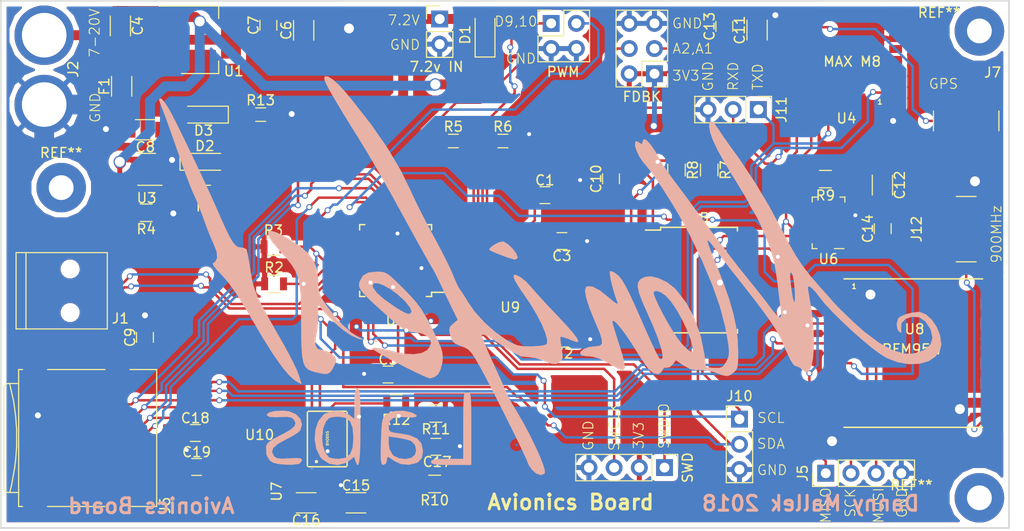
<source format=kicad_pcb>
(kicad_pcb (version 4) (host pcbnew 4.0.7)
  (layers (0 F.Cu signal) (31 B.Cu signal hide) (34 B.Paste user) (35 F.Paste user) (36 B.SilkS user) (37 F.SilkS user) (38 B.Mask user) (39 F.Mask user) (44 Edge.Cuts user))
  (net 0 "")
  (net 1 "Net-(BT1-Pad1)")
  (net 2 +3V3)
  (net 3 /AREF)
  (net 4 /OSC1)
  (net 5 /OSC2)
  (net 6 VBUS)
  (net 7 "Net-(C5-Pad2)")
  (net 8 +7.5V)
  (net 9 "Net-(C14-Pad1)")
  (net 10 "Net-(C17-Pad1)")
  (net 11 /OSC_IN)
  (net 12 /OSC_OUT)
  (net 13 "Net-(D2-Pad2)")
  (net 14 "Net-(D2-Pad1)")
  (net 15 "Net-(D3-Pad1)")
  (net 16 "Net-(F1-Pad2)")
  (net 17 /D-)
  (net 18 /D+)
  (net 19 /SWDIO)
  (net 20 /SWCLK)
  (net 21 "Net-(J6-Pad9)")
  (net 22 "Net-(J6-Pad8)")
  (net 23 /MISO)
  (net 24 /SCK)
  (net 25 /MOSI)
  (net 26 /CS)
  (net 27 "Net-(J6-Pad1)")
  (net 28 "Net-(J7-Pad1)")
  (net 29 /A1)
  (net 30 /A2)
  (net 31 /D9)
  (net 32 /D10)
  (net 33 /SCL)
  (net 34 /SDA)
  (net 35 /TXD)
  (net 36 /RXD)
  (net 37 "Net-(R4-Pad2)")
  (net 38 /A3)
  (net 39 "Net-(R7-Pad1)")
  (net 40 "Net-(R8-Pad1)")
  (net 41 "Net-(R9-Pad2)")
  (net 42 "Net-(R10-Pad2)")
  (net 43 "Net-(R11-Pad1)")
  (net 44 "Net-(R12-Pad2)")
  (net 45 /A0)
  (net 46 /A4)
  (net 47 /D8)
  (net 48 /D4)
  (net 49 /D3)
  (net 50 /D1)
  (net 51 /D0)
  (net 52 "Net-(U2-Pad22)")
  (net 53 /D11)
  (net 54 /D13)
  (net 55 /D12)
  (net 56 /D6)
  (net 57 /D7)
  (net 58 /TXLED)
  (net 59 /~RESET)
  (net 60 /USBHOSTEN)
  (net 61 /A5)
  (net 62 /RXLED)
  (net 63 "Net-(U4-Pad13)")
  (net 64 "Net-(U4-Pad4)")
  (net 65 "Net-(U4-Pad5)")
  (net 66 "Net-(U4-Pad6)")
  (net 67 "Net-(U4-Pad9)")
  (net 68 "Net-(U5-Pad4)")
  (net 69 "Net-(U5-Pad5)")
  (net 70 "Net-(U5-Pad6)")
  (net 71 "Net-(U5-Pad7)")
  (net 72 "Net-(U5-Pad8)")
  (net 73 "Net-(U5-Pad9)")
  (net 74 "Net-(U5-Pad10)")
  (net 75 "Net-(U5-Pad11)")
  (net 76 "Net-(U5-Pad12)")
  (net 77 "Net-(U6-Pad6)")
  (net 78 "Net-(U7-Pad21)")
  (net 79 "Net-(U7-Pad22)")
  (net 80 "Net-(U7-Pad23)")
  (net 81 "Net-(U7-Pad24)")
  (net 82 "Net-(U7-Pad1)")
  (net 83 "Net-(U7-Pad14)")
  (net 84 "Net-(U7-Pad13)")
  (net 85 "Net-(U7-Pad12)")
  (net 86 "Net-(U7-Pad10)")
  (net 87 "Net-(U7-Pad8)")
  (net 88 "Net-(U7-Pad7)")
  (net 89 "Net-(U8-Pad6)")
  (net 90 "Net-(U8-Pad7)")
  (net 91 "Net-(U8-Pad11)")
  (net 92 "Net-(U8-Pad12)")
  (net 93 "Net-(U8-Pad14)")
  (net 94 "Net-(U8-Pad15)")
  (net 95 "Net-(U8-Pad16)")
  (net 96 "Net-(J12-Pad1)")
  (net 97 GND)
  (net 98 /D2)
  (module ManifestLabsLogo:Manifestabs (layer B.Cu) (at 114.6175 78.5495 180)
    (fp_text reference G*** hide)
    (fp_text value LOGO hide)
  )
  (module Capacitors_SMD:C_0805 (layer F.Cu) (at 114.1095 70.4215)
    (fp_text reference C1 (at 0 -1.5) (layer F.SilkS))
    (fp_text value 1U)
    (pad 1 smd rect (at -1 0) (size 1 1.25) (layers F.Cu F.Paste F.Mask) (net 3 /AREF))
    (pad 2 smd rect (at 1 0) (size 1 1.25) (layers F.Cu F.Paste F.Mask) (net 97 GND))
  )
  (module Capacitors_SMD:C_0805 (layer F.Cu) (at 116.0145 84.8995 180)
    (fp_text reference C2 (at 0 -1.5 180) (layer F.SilkS))
    (fp_text value 22p)
    (pad 1 smd rect (at -1 0 180) (size 1 1.25) (layers F.Cu F.Paste F.Mask) (net 97 GND))
    (pad 2 smd rect (at 1 0 180) (size 1 1.25) (layers F.Cu F.Paste F.Mask) (net 4 /OSC1))
  )
  (module Capacitors_SMD:C_0805 (layer F.Cu) (at 115.824 75.057 180)
    (fp_text reference C3 (at 0 -1.5 180) (layer F.SilkS))
    (fp_text value 22p)
    (pad 1 smd rect (at -1 0 180) (size 1 1.25) (layers F.Cu F.Paste F.Mask) (net 97 GND))
    (pad 2 smd rect (at 1 0 180) (size 1 1.25) (layers F.Cu F.Paste F.Mask) (net 5 /OSC2))
  )
  (module Capacitors_SMD:C_1206 (layer F.Cu) (at 71.3105 53.34 270)
    (fp_text reference C4 (at 0 -1.75 270) (layer F.SilkS))
    (fp_text value 10u)
    (pad 1 smd rect (at -1.5 0 270) (size 1 1.6) (layers F.Cu F.Paste F.Mask) (net 6 VBUS))
    (pad 2 smd rect (at 1.5 0 270) (size 1 1.6) (layers F.Cu F.Paste F.Mask) (net 97 GND))
  )
  (module Capacitors_SMD:C_0805 (layer F.Cu) (at 98.298 88.519)
    (fp_text reference C5 (at 0 -1.5) (layer F.SilkS))
    (fp_text value 1U)
    (pad 1 smd rect (at -1 0) (size 1 1.25) (layers F.Cu F.Paste F.Mask) (net 97 GND))
    (pad 2 smd rect (at 1 0) (size 1 1.25) (layers F.Cu F.Paste F.Mask) (net 7 "Net-(C5-Pad2)"))
  )
  (module Capacitors_SMD:C_1206 (layer F.Cu) (at 89.789 53.7845 90)
    (fp_text reference C6 (at 0 -1.75 90) (layer F.SilkS))
    (fp_text value 10u)
    (pad 1 smd rect (at -1.5 0 90) (size 1 1.6) (layers F.Cu F.Paste F.Mask) (net 2 +3V3))
    (pad 2 smd rect (at 1.5 0 90) (size 1 1.6) (layers F.Cu F.Paste F.Mask) (net 97 GND))
  )
  (module Capacitors_SMD:C_0805 (layer F.Cu) (at 86.233 53.2765 90)
    (fp_text reference C7 (at 0 -1.5 90) (layer F.SilkS))
    (fp_text value 1u)
    (pad 1 smd rect (at -1 0 90) (size 1 1.25) (layers F.Cu F.Paste F.Mask) (net 2 +3V3))
    (pad 2 smd rect (at 1 0 90) (size 1 1.25) (layers F.Cu F.Paste F.Mask) (net 97 GND))
  )
  (module Capacitors_SMD:C_1206 (layer F.Cu) (at 73.8265 63.8175 180)
    (fp_text reference C8 (at 0 -1.75 180) (layer F.SilkS))
    (fp_text value 10u)
    (pad 1 smd rect (at -1.5 0 180) (size 1 1.6) (layers F.Cu F.Paste F.Mask) (net 8 +7.5V))
    (pad 2 smd rect (at 1.5 0 180) (size 1 1.6) (layers F.Cu F.Paste F.Mask) (net 97 GND))
  )
  (module Capacitors_SMD:C_0805 (layer F.Cu) (at 73.787 84.7725 90)
    (fp_text reference C9 (at 0 -1.5 90) (layer F.SilkS))
    (fp_text value 1U)
    (pad 1 smd rect (at -1 0 90) (size 1 1.25) (layers F.Cu F.Paste F.Mask) (net 2 +3V3))
    (pad 2 smd rect (at 1 0 90) (size 1 1.25) (layers F.Cu F.Paste F.Mask) (net 97 GND))
  )
  (module Capacitors_SMD:C_0805 (layer F.Cu) (at 120.777 68.7705 90)
    (fp_text reference C10 (at 0 -1.5 90) (layer F.SilkS))
    (fp_text value 1U)
    (pad 1 smd rect (at -1 0 90) (size 1 1.25) (layers F.Cu F.Paste F.Mask) (net 2 +3V3))
    (pad 2 smd rect (at 1 0 90) (size 1 1.25) (layers F.Cu F.Paste F.Mask) (net 97 GND))
  )
  (module Capacitors_SMD:C_1206 (layer F.Cu) (at 135.509 53.7605 90)
    (fp_text reference C11 (at 0 -1.75 90) (layer F.SilkS))
    (fp_text value 10u)
    (pad 1 smd rect (at -1.5 0 90) (size 1 1.6) (layers F.Cu F.Paste F.Mask) (net 2 +3V3))
    (pad 2 smd rect (at 1.5 0 90) (size 1 1.6) (layers F.Cu F.Paste F.Mask) (net 97 GND))
  )
  (module Capacitors_SMD:C_1206 (layer F.Cu) (at 148.1455 69.4055 270)
    (fp_text reference C12 (at 0 -1.75 270) (layer F.SilkS))
    (fp_text value 1u)
    (pad 1 smd rect (at -1.5 0 270) (size 1 1.6) (layers F.Cu F.Paste F.Mask) (net 2 +3V3))
    (pad 2 smd rect (at 1.5 0 270) (size 1 1.6) (layers F.Cu F.Paste F.Mask) (net 97 GND))
  )
  (module Capacitors_SMD:C_0805 (layer F.Cu) (at 132.207 53.3875 90)
    (fp_text reference C13 (at 0 -1.5 90) (layer F.SilkS))
    (fp_text value 1u)
    (pad 1 smd rect (at -1 0 90) (size 1 1.25) (layers F.Cu F.Paste F.Mask) (net 2 +3V3))
    (pad 2 smd rect (at 1 0 90) (size 1 1.25) (layers F.Cu F.Paste F.Mask) (net 97 GND))
  )
  (module Capacitors_SMD:C_0805 (layer F.Cu) (at 148.17725 73.80275 90)
    (fp_text reference C14 (at 0 -1.5 90) (layer F.SilkS))
    (fp_text value .1u)
    (pad 1 smd rect (at -1 0 90) (size 1 1.25) (layers F.Cu F.Paste F.Mask) (net 9 "Net-(C14-Pad1)"))
    (pad 2 smd rect (at 1 0 90) (size 1 1.25) (layers F.Cu F.Paste F.Mask) (net 97 GND))
  )
  (module Capacitors_SMD:C_1206 (layer F.Cu) (at 95.0595 101.473)
    (fp_text reference C15 (at 0 -1.75) (layer F.SilkS))
    (fp_text value 6.8n)
    (pad 1 smd rect (at -1.5 0) (size 1 1.6) (layers F.Cu F.Paste F.Mask) (net 97 GND))
    (pad 2 smd rect (at 1.5 0) (size 1 1.6) (layers F.Cu F.Paste F.Mask) (net 2 +3V3))
  )
  (module Capacitors_SMD:C_1206 (layer F.Cu) (at 90.043 101.473 180)
    (fp_text reference C16 (at 0 -1.75 180) (layer F.SilkS))
    (fp_text value 120n)
    (pad 1 smd rect (at -1.5 0 180) (size 1 1.6) (layers F.Cu F.Paste F.Mask) (net 97 GND))
    (pad 2 smd rect (at 1.5 0 180) (size 1 1.6) (layers F.Cu F.Paste F.Mask) (net 2 +3V3))
  )
  (module Capacitors_SMD:C_0805 (layer F.Cu) (at 103.124 95.8215)
    (fp_text reference C17 (at 0.127 1.524) (layer F.SilkS))
    (fp_text value 100n)
    (pad 1 smd rect (at -1 0) (size 1 1.25) (layers F.Cu F.Paste F.Mask) (net 10 "Net-(C17-Pad1)"))
    (pad 2 smd rect (at 1 0) (size 1 1.25) (layers F.Cu F.Paste F.Mask) (net 97 GND))
  )
  (module Capacitors_SMD:C_0805 (layer F.Cu) (at 78.867 94.4245)
    (fp_text reference C18 (at 0 -1.5) (layer F.SilkS))
    (fp_text value 22p)
    (pad 1 smd rect (at -1 0) (size 1 1.25) (layers F.Cu F.Paste F.Mask) (net 97 GND))
    (pad 2 smd rect (at 1 0) (size 1 1.25) (layers F.Cu F.Paste F.Mask) (net 12 /OSC_OUT))
  )
  (module Capacitors_SMD:C_0805 (layer F.Cu) (at 78.994 97.8535)
    (fp_text reference C19 (at 0 -1.5) (layer F.SilkS))
    (fp_text value 22p)
    (pad 1 smd rect (at -1 0) (size 1 1.25) (layers F.Cu F.Paste F.Mask) (net 97 GND))
    (pad 2 smd rect (at 1 0) (size 1 1.25) (layers F.Cu F.Paste F.Mask) (net 11 /OSC_IN))
  )
  (module Diodes_SMD:D_SOD-123 (layer F.Cu) (at 108.077 54.229 90)
    (fp_text reference D1 (at 0 -2 90) (layer F.SilkS))
    (fp_text value D_Zener)
    (pad 1 smd rect (at -1.65 0 90) (size 0.9 1.2) (layers F.Cu F.Paste F.Mask) (net 6 VBUS))
    (pad 2 smd rect (at 1.65 0 90) (size 0.9 1.2) (layers F.Cu F.Paste F.Mask) (net 8 +7.5V))
  )
  (module LEDs:LED_1206 (layer F.Cu) (at 79.8195 67.056)
    (fp_text reference D2 (at 0 -1.6) (layer F.SilkS))
    (fp_text value LED)
    (pad 2 smd rect (at 1.65 0 180) (size 1.5 1.5) (layers F.Cu F.Paste F.Mask) (net 13 "Net-(D2-Pad2)"))
    (pad 1 smd rect (at -1.65 0 180) (size 1.5 1.5) (layers F.Cu F.Paste F.Mask) (net 14 "Net-(D2-Pad1)"))
  )
  (module LEDs:LED_1206 (layer F.Cu) (at 79.6925 62.2935 180)
    (fp_text reference D3 (at 0 -1.6 180) (layer F.SilkS))
    (fp_text value LED)
    (pad 2 smd rect (at 1.65 0) (size 1.5 1.5) (layers F.Cu F.Paste F.Mask) (net 2 +3V3))
    (pad 1 smd rect (at -1.65 0) (size 1.5 1.5) (layers F.Cu F.Paste F.Mask) (net 15 "Net-(D3-Pad1)"))
  )
  (module Capacitors_SMD:C_1206 (layer F.Cu) (at 71.4375 59.436 90)
    (fp_text reference F1 (at 0 -1.75 90) (layer F.SilkS))
    (fp_text value Fuse)
    (pad 1 smd rect (at -1.5 0 90) (size 1 1.6) (layers F.Cu F.Paste F.Mask) (net 2 +3V3))
    (pad 2 smd rect (at 1.5 0 90) (size 1 1.6) (layers F.Cu F.Paste F.Mask) (net 16 "Net-(F1-Pad2)"))
  )
  (module Connectors:USB_Mini-B (layer F.Cu) (at 66.04 80.0735)
    (fp_text reference J1 (at 5.2705 2.794) (layer F.SilkS))
    (fp_text value USB_A)
    (pad 1 smd rect (at 2.8 -1.6) (size 2.3 0.5) (layers F.Cu F.Paste F.Mask) (net 6 VBUS))
    (pad 2 smd rect (at 2.8 -0.8) (size 2.3 0.5) (layers F.Cu F.Paste F.Mask) (net 17 /D-))
    (pad 3 smd rect (at 2.8 0) (size 2.3 0.5) (layers F.Cu F.Paste F.Mask) (net 18 /D+))
    (pad 4 smd rect (at 2.8 0.8) (size 2.3 0.5) (layers F.Cu F.Paste F.Mask) (net 97 GND))
    (pad 5 smd rect (at 2.8 1.6) (size 2.3 0.5) (layers F.Cu F.Paste F.Mask) (net 97 GND))
    (pad 6 smd rect (at 2.7 -4.45) (size 2.5 2) (layers F.Cu F.Paste F.Mask))
    (pad 6 smd rect (at -2.8 -4.45) (size 2.5 2) (layers F.Cu F.Paste F.Mask))
    (pad 6 smd rect (at 2.7 4.45) (size 2.5 2) (layers F.Cu F.Paste F.Mask))
    (pad 6 smd rect (at -2.8 4.45) (size 2.5 2) (layers F.Cu F.Paste F.Mask))
    (pad "" np_thru_hole circle (at 0.2 -2.2) (size 0.9 0.9) (drill 0.9) (layers *.Cu *.Mask))
    (pad "" np_thru_hole circle (at 0.2 2.2) (size 0.9 0.9) (drill 0.9) (layers *.Cu *.Mask))
  )
  (module FoxWestern:XT60 (layer F.Cu) (at 63.627 61.2775 90)
    (fp_text reference J2 (at 3.571 2.921 90) (layer F.SilkS))
    (fp_text value Conn_01x02)
    (pad 1 thru_hole circle (at 0 0 90) (size 6 6) (drill 4.5) (layers *.Cu *.Mask) (net 97 GND))
    (pad 2 thru_hole circle (at 7 0 90) (size 6 6) (drill 4.5) (layers *.Cu *.Mask) (net 6 VBUS))
  )
  (module Pin_Headers:Pin_Header_Straight_1x04_Pitch2.54mm (layer F.Cu) (at 126.1745 97.917 270)
    (fp_text reference SWD (at 0 -2.33 270) (layer F.SilkS))
    (fp_text value SWD)
    (pad 1 thru_hole rect (at 0 0 270) (size 1.7 1.7) (drill 1) (layers *.Cu *.Mask) (net 19 /SWDIO))
    (pad 2 thru_hole oval (at 0 2.54 270) (size 1.7 1.7) (drill 1) (layers *.Cu *.Mask) (net 2 +3V3))
    (pad 3 thru_hole oval (at 0 5.08 270) (size 1.7 1.7) (drill 1) (layers *.Cu *.Mask) (net 20 /SWCLK))
    (pad 4 thru_hole oval (at 0 7.62 270) (size 1.7 1.7) (drill 1) (layers *.Cu *.Mask) (net 97 GND))
  )
  (module Pin_Headers:Pin_Header_Straight_1x02_Pitch2.54mm (layer F.Cu) (at 103.505 52.6415)
    (fp_text reference "7.2v IN" (at -0.3175 4.826) (layer F.SilkS))
    (fp_text value 7.2V)
    (pad 1 thru_hole rect (at 0 0) (size 1.7 1.7) (drill 1) (layers *.Cu *.Mask) (net 8 +7.5V))
    (pad 2 thru_hole oval (at 0 2.54) (size 1.7 1.7) (drill 1) (layers *.Cu *.Mask) (net 97 GND))
  )
  (module Connectors:microSD_Card_Receptacle_Wuerth_693072010801 (layer F.Cu) (at 68.0085 94.9325 90)
    (fp_text reference J6 (at -6.7945 7.8105 90) (layer F.SilkS))
    (fp_text value Micro_SD_Card)
    (pad 9 smd rect (at 6.875 -5.3 90) (size 1.45 2) (layers F.Cu F.Paste F.Mask) (net 21 "Net-(J6-Pad9)"))
    (pad 9 smd rect (at -6.875 -5.3 90) (size 1.45 2) (layers F.Cu F.Paste F.Mask) (net 21 "Net-(J6-Pad9)"))
    (pad 9 smd rect (at -6.875 3 90) (size 1.45 2) (layers F.Cu F.Paste F.Mask) (net 21 "Net-(J6-Pad9)"))
    (pad 9 smd rect (at 6.875 3 90) (size 1.45 2) (layers F.Cu F.Paste F.Mask) (net 21 "Net-(J6-Pad9)"))
    (pad 8 smd rect (at 4.5 -2.7 90) (size 0.8 1.5) (layers F.Cu F.Paste F.Mask) (net 22 "Net-(J6-Pad8)"))
    (pad 7 smd rect (at 3.4 -2.7 90) (size 0.8 1.5) (layers F.Cu F.Paste F.Mask) (net 23 /MISO))
    (pad 6 smd rect (at 2.3 -2.7 90) (size 0.8 1.5) (layers F.Cu F.Paste F.Mask) (net 97 GND))
    (pad 5 smd rect (at 1.2 -2.7 90) (size 0.8 1.5) (layers F.Cu F.Paste F.Mask) (net 24 /SCK))
    (pad 4 smd rect (at 0.1 -2.7 90) (size 0.8 1.5) (layers F.Cu F.Paste F.Mask) (net 2 +3V3))
    (pad 3 smd rect (at -1 -2.7 90) (size 0.8 1.5) (layers F.Cu F.Paste F.Mask) (net 25 /MOSI))
    (pad 2 smd rect (at -2.1 -2.7 90) (size 0.8 1.5) (layers F.Cu F.Paste F.Mask) (net 98 /D2))
    (pad 1 smd rect (at -3.2 -2.7 90) (size 0.8 1.5) (layers F.Cu F.Paste F.Mask) (net 27 "Net-(J6-Pad1)"))
  )
  (module Connectors:SMA_SMD_Jack_Straight (layer F.Cu) (at 156.591 62.9285)
    (fp_text reference J7 (at 2.667 -4.8895) (layer F.SilkS))
    (fp_text value "RF IN")
    (pad 2 smd rect (at 0.85 2.38 20) (size 2 1) (layers F.Cu F.Paste F.Mask) (net 97 GND))
    (pad 2 smd rect (at -0.85 2.38 340) (size 2 1) (layers F.Cu F.Paste F.Mask) (net 97 GND))
    (pad 2 smd rect (at 0.85 -2.38 340) (size 2 1) (layers F.Cu F.Paste F.Mask) (net 97 GND))
    (pad 2 smd rect (at -0.85 -2.38 20) (size 2 1) (layers F.Cu F.Paste F.Mask) (net 97 GND))
    (pad 2 smd rect (at 1.515 1.749 50) (size 1 0.5) (layers F.Cu F.Paste F.Mask) (net 97 GND))
    (pad 2 smd rect (at -1.515 1.749 310) (size 1 0.5) (layers F.Cu F.Paste F.Mask) (net 97 GND))
    (pad 2 smd rect (at 1.515 -1.749 310) (size 1 0.5) (layers F.Cu F.Paste F.Mask) (net 97 GND))
    (pad 2 smd rect (at -1.515 -1.749 50) (size 1 0.5) (layers F.Cu F.Paste F.Mask) (net 97 GND))
    (pad 2 smd rect (at 2.6 2.38 90) (size 2.35 1.91) (layers F.Cu F.Paste F.Mask) (net 97 GND))
    (pad 2 smd rect (at 0 2.8 90) (size 1.51 7.11) (layers F.Cu F.Paste F.Mask) (net 97 GND))
    (pad 2 smd rect (at -2.6 2.38 90) (size 2.35 1.91) (layers F.Cu F.Paste F.Mask) (net 97 GND))
    (pad 2 smd rect (at 2.6 -2.38 90) (size 2.35 1.91) (layers F.Cu F.Paste F.Mask) (net 97 GND))
    (pad 1 smd circle (at 0 0 90) (size 1.73 1.73) (layers F.Cu F.Paste F.Mask) (net 28 "Net-(J7-Pad1)"))
    (pad 2 smd rect (at 0 -2.8 90) (size 1.51 7.11) (layers F.Cu F.Paste F.Mask) (net 97 GND))
    (pad 2 smd rect (at -2.6 -2.38 90) (size 2.35 1.91) (layers F.Cu F.Paste F.Mask) (net 97 GND))
  )
  (module Pin_Headers:Pin_Header_Straight_2x03_Pitch2.54mm (layer F.Cu) (at 125.1585 58.166 180)
    (fp_text reference FDBK (at 1.27 -2.33 180) (layer F.SilkS))
    (fp_text value FDBK)
    (pad 1 thru_hole rect (at 0 0 180) (size 1.7 1.7) (drill 1) (layers *.Cu *.Mask) (net 2 +3V3))
    (pad 2 thru_hole oval (at 2.54 0 180) (size 1.7 1.7) (drill 1) (layers *.Cu *.Mask) (net 2 +3V3))
    (pad 3 thru_hole oval (at 0 2.54 180) (size 1.7 1.7) (drill 1) (layers *.Cu *.Mask) (net 29 /A1))
    (pad 4 thru_hole oval (at 2.54 2.54 180) (size 1.7 1.7) (drill 1) (layers *.Cu *.Mask) (net 30 /A2))
    (pad 5 thru_hole oval (at 0 5.08 180) (size 1.7 1.7) (drill 1) (layers *.Cu *.Mask) (net 97 GND))
    (pad 6 thru_hole oval (at 2.54 5.08 180) (size 1.7 1.7) (drill 1) (layers *.Cu *.Mask) (net 97 GND))
  )
  (module Pin_Headers:Pin_Header_Straight_2x02_Pitch2.54mm (layer F.Cu) (at 114.7445 53.086)
    (fp_text reference PWM (at 1.2065 4.8895) (layer F.SilkS))
    (fp_text value PWM)
    (pad 1 thru_hole rect (at 0 0) (size 1.7 1.7) (drill 1) (layers *.Cu *.Mask) (net 31 /D9))
    (pad 2 thru_hole oval (at 2.54 0) (size 1.7 1.7) (drill 1) (layers *.Cu *.Mask) (net 32 /D10))
    (pad 3 thru_hole oval (at 0 2.54) (size 1.7 1.7) (drill 1) (layers *.Cu *.Mask) (net 97 GND))
    (pad 4 thru_hole oval (at 2.54 2.54) (size 1.7 1.7) (drill 1) (layers *.Cu *.Mask) (net 97 GND))
  )
  (module Pin_Headers:Pin_Header_Straight_1x03_Pitch2.54mm (layer F.Cu) (at 133.731 93.0275)
    (fp_text reference J10 (at 0 -2.33) (layer F.SilkS))
    (fp_text value I2C)
    (pad 1 thru_hole rect (at 0 0) (size 1.7 1.7) (drill 1) (layers *.Cu *.Mask) (net 33 /SCL))
    (pad 2 thru_hole oval (at 0 2.54) (size 1.7 1.7) (drill 1) (layers *.Cu *.Mask) (net 34 /SDA))
    (pad 3 thru_hole oval (at 0 5.08) (size 1.7 1.7) (drill 1) (layers *.Cu *.Mask) (net 97 GND))
  )
  (module Pin_Headers:Pin_Header_Straight_1x03_Pitch2.54mm (layer F.Cu) (at 135.636 61.7855 270)
    (fp_text reference J11 (at 0 -2.33 270) (layer F.SilkS))
    (fp_text value UART)
    (pad 1 thru_hole rect (at 0 0 270) (size 1.7 1.7) (drill 1) (layers *.Cu *.Mask) (net 35 /TXD))
    (pad 2 thru_hole oval (at 0 2.54 270) (size 1.7 1.7) (drill 1) (layers *.Cu *.Mask) (net 36 /RXD))
    (pad 3 thru_hole oval (at 0 5.08 270) (size 1.7 1.7) (drill 1) (layers *.Cu *.Mask) (net 97 GND))
  )
  (module Resistors_SMD:R_0603_HandSoldering (layer F.Cu) (at 79.9035 70.104 180)
    (fp_text reference R1 (at 0 -1.45 180) (layer F.SilkS))
    (fp_text value 1K)
    (pad 1 smd rect (at -1.1 0 180) (size 1.2 0.9) (layers F.Cu F.Paste F.Mask) (net 13 "Net-(D2-Pad2)"))
    (pad 2 smd rect (at 1.1 0 180) (size 1.2 0.9) (layers F.Cu F.Paste F.Mask) (net 6 VBUS))
  )
  (module Resistors_SMD:R_0805 (layer F.Cu) (at 86.8045 79.375)
    (fp_text reference R2 (at 0 -1.65) (layer F.SilkS))
    (fp_text value 2.2k)
    (pad 1 smd rect (at -0.95 0) (size 0.7 1.3) (layers F.Cu F.Paste F.Mask) (net 2 +3V3))
    (pad 2 smd rect (at 0.95 0) (size 0.7 1.3) (layers F.Cu F.Paste F.Mask) (net 33 /SCL))
  )
  (module Resistors_SMD:R_0805 (layer F.Cu) (at 86.7435 75.6285)
    (fp_text reference R3 (at 0 -1.65) (layer F.SilkS))
    (fp_text value 2.2k)
    (pad 1 smd rect (at -0.95 0) (size 0.7 1.3) (layers F.Cu F.Paste F.Mask) (net 2 +3V3))
    (pad 2 smd rect (at 0.95 0) (size 0.7 1.3) (layers F.Cu F.Paste F.Mask) (net 34 /SDA))
  )
  (module Resistors_SMD:R_0805 (layer F.Cu) (at 73.9165 72.1995 180)
    (fp_text reference R4 (at 0 -1.65 180) (layer F.SilkS))
    (fp_text value 2.2K)
    (pad 1 smd rect (at -0.95 0 180) (size 0.7 1.3) (layers F.Cu F.Paste F.Mask) (net 97 GND))
    (pad 2 smd rect (at 0.95 0 180) (size 0.7 1.3) (layers F.Cu F.Paste F.Mask) (net 37 "Net-(R4-Pad2)"))
  )
  (module Resistors_SMD:R_0603_HandSoldering (layer F.Cu) (at 104.8815 64.9605)
    (fp_text reference R5 (at 0 -1.45) (layer F.SilkS))
    (fp_text value 100K)
    (pad 1 smd rect (at -1.1 0) (size 1.2 0.9) (layers F.Cu F.Paste F.Mask) (net 8 +7.5V))
    (pad 2 smd rect (at 1.1 0) (size 1.2 0.9) (layers F.Cu F.Paste F.Mask) (net 38 /A3))
  )
  (module Resistors_SMD:R_0603_HandSoldering (layer F.Cu) (at 109.8755 64.9605)
    (fp_text reference R6 (at 0 -1.45) (layer F.SilkS))
    (fp_text value 100K)
    (pad 1 smd rect (at -1.1 0) (size 1.2 0.9) (layers F.Cu F.Paste F.Mask) (net 38 /A3))
    (pad 2 smd rect (at 1.1 0) (size 1.2 0.9) (layers F.Cu F.Paste F.Mask) (net 97 GND))
  )
  (module Resistors_SMD:R_0805 (layer F.Cu) (at 130.683 67.884 270)
    (fp_text reference R7 (at 0 -1.65 270) (layer F.SilkS))
    (fp_text value 10K)
    (pad 1 smd rect (at -0.95 0 270) (size 0.7 1.3) (layers F.Cu F.Paste F.Mask) (net 39 "Net-(R7-Pad1)"))
    (pad 2 smd rect (at 0.95 0 270) (size 0.7 1.3) (layers F.Cu F.Paste F.Mask) (net 2 +3V3))
  )
  (module Resistors_SMD:R_0805 (layer F.Cu) (at 127.381 67.884 270)
    (fp_text reference R8 (at 0 -1.65 270) (layer F.SilkS))
    (fp_text value 10K)
    (pad 1 smd rect (at -0.95 0 270) (size 0.7 1.3) (layers F.Cu F.Paste F.Mask) (net 40 "Net-(R8-Pad1)"))
    (pad 2 smd rect (at 0.95 0 270) (size 0.7 1.3) (layers F.Cu F.Paste F.Mask) (net 2 +3V3))
  )
  (module Resistors_SMD:R_0805 (layer F.Cu) (at 142.39875 68.80225 180)
    (fp_text reference R9 (at 0 -1.65 180) (layer F.SilkS))
    (fp_text value 10K)
    (pad 1 smd rect (at -0.95 0 180) (size 0.7 1.3) (layers F.Cu F.Paste F.Mask) (net 2 +3V3))
    (pad 2 smd rect (at 0.95 0 180) (size 0.7 1.3) (layers F.Cu F.Paste F.Mask) (net 41 "Net-(R9-Pad2)"))
  )
  (module Resistors_SMD:R_0805 (layer F.Cu) (at 102.997 99.568 180)
    (fp_text reference R10 (at 0 -1.65 180) (layer F.SilkS))
    (fp_text value 10k)
    (pad 1 smd rect (at -0.95 0 180) (size 0.7 1.3) (layers F.Cu F.Paste F.Mask) (net 2 +3V3))
    (pad 2 smd rect (at 0.95 0 180) (size 0.7 1.3) (layers F.Cu F.Paste F.Mask) (net 42 "Net-(R10-Pad2)"))
  )
  (module Resistors_SMD:R_0805 (layer F.Cu) (at 103.124 92.456)
    (fp_text reference R11 (at -0.0025 1.5875) (layer F.SilkS))
    (fp_text value 10k)
    (pad 1 smd rect (at -0.95 0) (size 0.7 1.3) (layers F.Cu F.Paste F.Mask) (net 43 "Net-(R11-Pad1)"))
    (pad 2 smd rect (at 0.95 0) (size 0.7 1.3) (layers F.Cu F.Paste F.Mask) (net 2 +3V3))
  )
  (module Resistors_SMD:R_0805 (layer F.Cu) (at 99.1235 91.44 180)
    (fp_text reference R12 (at 0 -1.65 180) (layer F.SilkS))
    (fp_text value 10k)
    (pad 1 smd rect (at -0.95 0 180) (size 0.7 1.3) (layers F.Cu F.Paste F.Mask) (net 97 GND))
    (pad 2 smd rect (at 0.95 0 180) (size 0.7 1.3) (layers F.Cu F.Paste F.Mask) (net 44 "Net-(R12-Pad2)"))
  )
  (module Resistors_SMD:R_0603_HandSoldering (layer F.Cu) (at 85.4505 62.2935)
    (fp_text reference R13 (at 0 -1.45) (layer F.SilkS))
    (fp_text value 1k)
    (pad 1 smd rect (at -1.1 0) (size 1.2 0.9) (layers F.Cu F.Paste F.Mask) (net 15 "Net-(D3-Pad1)"))
    (pad 2 smd rect (at 1.1 0) (size 1.2 0.9) (layers F.Cu F.Paste F.Mask) (net 97 GND))
  )
  (module Housings_QFP:TQFP-48_7x7mm_Pitch0.5mm (layer F.Cu) (at 99.06 77.0255 180)
    (fp_text reference U2 (at 0 -6 180) (layer F.SilkS))
    (fp_text value ATSAMD21G18)
    (pad 1 smd rect (at -4.35 -2.75 180) (size 1.3 0.25) (layers F.Cu F.Paste F.Mask) (net 4 /OSC1))
    (pad 2 smd rect (at -4.35 -2.25 180) (size 1.3 0.25) (layers F.Cu F.Paste F.Mask) (net 5 /OSC2))
    (pad 3 smd rect (at -4.35 -1.75 180) (size 1.3 0.25) (layers F.Cu F.Paste F.Mask) (net 45 /A0))
    (pad 4 smd rect (at -4.35 -1.25 180) (size 1.3 0.25) (layers F.Cu F.Paste F.Mask) (net 3 /AREF))
    (pad 5 smd rect (at -4.35 -0.75 180) (size 1.3 0.25) (layers F.Cu F.Paste F.Mask) (net 97 GND))
    (pad 6 smd rect (at -4.35 -0.25 180) (size 1.3 0.25) (layers F.Cu F.Paste F.Mask) (net 2 +3V3))
    (pad 7 smd rect (at -4.35 0.25 180) (size 1.3 0.25) (layers F.Cu F.Paste F.Mask) (net 29 /A1))
    (pad 8 smd rect (at -4.35 0.75 180) (size 1.3 0.25) (layers F.Cu F.Paste F.Mask) (net 30 /A2))
    (pad 9 smd rect (at -4.35 1.25 180) (size 1.3 0.25) (layers F.Cu F.Paste F.Mask) (net 38 /A3))
    (pad 10 smd rect (at -4.35 1.75 180) (size 1.3 0.25) (layers F.Cu F.Paste F.Mask) (net 46 /A4))
    (pad 11 smd rect (at -4.35 2.25 180) (size 1.3 0.25) (layers F.Cu F.Paste F.Mask) (net 47 /D8))
    (pad 12 smd rect (at -4.35 2.75 180) (size 1.3 0.25) (layers F.Cu F.Paste F.Mask) (net 31 /D9))
    (pad 13 smd rect (at -2.75 4.35 270) (size 1.3 0.25) (layers F.Cu F.Paste F.Mask) (net 48 /D4))
    (pad 14 smd rect (at -2.25 4.35 270) (size 1.3 0.25) (layers F.Cu F.Paste F.Mask) (net 49 /D3))
    (pad 15 smd rect (at -1.75 4.35 270) (size 1.3 0.25) (layers F.Cu F.Paste F.Mask) (net 50 /D1))
    (pad 16 smd rect (at -1.25 4.35 270) (size 1.3 0.25) (layers F.Cu F.Paste F.Mask) (net 51 /D0))
    (pad 17 smd rect (at -0.75 4.35 270) (size 1.3 0.25) (layers F.Cu F.Paste F.Mask) (net 2 +3V3))
    (pad 18 smd rect (at -0.25 4.35 270) (size 1.3 0.25) (layers F.Cu F.Paste F.Mask) (net 97 GND))
    (pad 19 smd rect (at 0.25 4.35 270) (size 1.3 0.25) (layers F.Cu F.Paste F.Mask) (net 25 /MOSI))
    (pad 20 smd rect (at 0.75 4.35 270) (size 1.3 0.25) (layers F.Cu F.Paste F.Mask) (net 24 /SCK))
    (pad 21 smd rect (at 1.25 4.35 270) (size 1.3 0.25) (layers F.Cu F.Paste F.Mask) (net 23 /MISO))
    (pad 22 smd rect (at 1.75 4.35 270) (size 1.3 0.25) (layers F.Cu F.Paste F.Mask) (net 52 "Net-(U2-Pad22)"))
    (pad 23 smd rect (at 2.25 4.35 270) (size 1.3 0.25) (layers F.Cu F.Paste F.Mask) (net 98 /D2))
    (pad 24 smd rect (at 2.75 4.35 270) (size 1.3 0.25) (layers F.Cu F.Paste F.Mask) (net 26 /CS))
    (pad 25 smd rect (at 4.35 2.75 180) (size 1.3 0.25) (layers F.Cu F.Paste F.Mask) (net 53 /D11))
    (pad 26 smd rect (at 4.35 2.25 180) (size 1.3 0.25) (layers F.Cu F.Paste F.Mask) (net 54 /D13))
    (pad 27 smd rect (at 4.35 1.75 180) (size 1.3 0.25) (layers F.Cu F.Paste F.Mask) (net 32 /D10))
    (pad 28 smd rect (at 4.35 1.25 180) (size 1.3 0.25) (layers F.Cu F.Paste F.Mask) (net 55 /D12))
    (pad 29 smd rect (at 4.35 0.75 180) (size 1.3 0.25) (layers F.Cu F.Paste F.Mask) (net 56 /D6))
    (pad 30 smd rect (at 4.35 0.25 180) (size 1.3 0.25) (layers F.Cu F.Paste F.Mask) (net 57 /D7))
    (pad 31 smd rect (at 4.35 -0.25 180) (size 1.3 0.25) (layers F.Cu F.Paste F.Mask) (net 34 /SDA))
    (pad 32 smd rect (at 4.35 -0.75 180) (size 1.3 0.25) (layers F.Cu F.Paste F.Mask) (net 33 /SCL))
    (pad 33 smd rect (at 4.35 -1.25 180) (size 1.3 0.25) (layers F.Cu F.Paste F.Mask) (net 17 /D-))
    (pad 34 smd rect (at 4.35 -1.75 180) (size 1.3 0.25) (layers F.Cu F.Paste F.Mask) (net 18 /D+))
    (pad 35 smd rect (at 4.35 -2.25 180) (size 1.3 0.25) (layers F.Cu F.Paste F.Mask) (net 97 GND))
    (pad 36 smd rect (at 4.35 -2.75 180) (size 1.3 0.25) (layers F.Cu F.Paste F.Mask) (net 2 +3V3))
    (pad 37 smd rect (at 2.75 -4.35 270) (size 1.3 0.25) (layers F.Cu F.Paste F.Mask) (net 35 /TXD))
    (pad 38 smd rect (at 2.25 -4.35 270) (size 1.3 0.25) (layers F.Cu F.Paste F.Mask) (net 36 /RXD))
    (pad 39 smd rect (at 1.75 -4.35 270) (size 1.3 0.25) (layers F.Cu F.Paste F.Mask) (net 58 /TXLED))
    (pad 40 smd rect (at 1.25 -4.35 270) (size 1.3 0.25) (layers F.Cu F.Paste F.Mask) (net 59 /~RESET))
    (pad 41 smd rect (at 0.75 -4.35 270) (size 1.3 0.25) (layers F.Cu F.Paste F.Mask) (net 60 /USBHOSTEN))
    (pad 42 smd rect (at 0.25 -4.35 270) (size 1.3 0.25) (layers F.Cu F.Paste F.Mask) (net 97 GND))
    (pad 43 smd rect (at -0.25 -4.35 270) (size 1.3 0.25) (layers F.Cu F.Paste F.Mask) (net 7 "Net-(C5-Pad2)"))
    (pad 44 smd rect (at -0.75 -4.35 270) (size 1.3 0.25) (layers F.Cu F.Paste F.Mask) (net 2 +3V3))
    (pad 45 smd rect (at -1.25 -4.35 270) (size 1.3 0.25) (layers F.Cu F.Paste F.Mask) (net 20 /SWCLK))
    (pad 46 smd rect (at -1.75 -4.35 270) (size 1.3 0.25) (layers F.Cu F.Paste F.Mask) (net 19 /SWDIO))
    (pad 47 smd rect (at -2.25 -4.35 270) (size 1.3 0.25) (layers F.Cu F.Paste F.Mask) (net 61 /A5))
    (pad 48 smd rect (at -2.75 -4.35 270) (size 1.3 0.25) (layers F.Cu F.Paste F.Mask) (net 62 /RXLED))
  )
  (module TO_SOT_Packages_SMD:SOT-23-5 (layer F.Cu) (at 73.957 67.8155 180)
    (fp_text reference U3 (at 0 -2.9 180) (layer F.SilkS))
    (fp_text value MCP73831)
    (pad 1 smd rect (at -1.1 -0.95 180) (size 1.06 0.65) (layers F.Cu F.Paste F.Mask) (net 14 "Net-(D2-Pad1)"))
    (pad 2 smd rect (at -1.1 0 180) (size 1.06 0.65) (layers F.Cu F.Paste F.Mask) (net 97 GND))
    (pad 3 smd rect (at -1.1 0.95 180) (size 1.06 0.65) (layers F.Cu F.Paste F.Mask) (net 8 +7.5V))
    (pad 4 smd rect (at 1.1 0.95 180) (size 1.06 0.65) (layers F.Cu F.Paste F.Mask) (net 6 VBUS))
    (pad 5 smd rect (at 1.1 -0.95 180) (size 1.06 0.65) (layers F.Cu F.Paste F.Mask) (net 37 "Net-(R4-Pad2)"))
  )
  (module Housings_SOIC:SOIC-16W_7.5x10.3mm_Pitch1.27mm (layer F.Cu) (at 129.6525 78.994)
    (fp_text reference U5 (at 0 -6.25) (layer F.SilkS))
    (fp_text value DS3231-SO16)
    (pad 1 smd rect (at -4.65 -4.445) (size 1.5 0.6) (layers F.Cu F.Paste F.Mask) (net 39 "Net-(R7-Pad1)"))
    (pad 2 smd rect (at -4.65 -3.175) (size 1.5 0.6) (layers F.Cu F.Paste F.Mask) (net 2 +3V3))
    (pad 3 smd rect (at -4.65 -1.905) (size 1.5 0.6) (layers F.Cu F.Paste F.Mask) (net 40 "Net-(R8-Pad1)"))
    (pad 4 smd rect (at -4.65 -0.635) (size 1.5 0.6) (layers F.Cu F.Paste F.Mask) (net 68 "Net-(U5-Pad4)"))
    (pad 5 smd rect (at -4.65 0.635) (size 1.5 0.6) (layers F.Cu F.Paste F.Mask) (net 69 "Net-(U5-Pad5)"))
    (pad 6 smd rect (at -4.65 1.905) (size 1.5 0.6) (layers F.Cu F.Paste F.Mask) (net 70 "Net-(U5-Pad6)"))
    (pad 7 smd rect (at -4.65 3.175) (size 1.5 0.6) (layers F.Cu F.Paste F.Mask) (net 71 "Net-(U5-Pad7)"))
    (pad 8 smd rect (at -4.65 4.445) (size 1.5 0.6) (layers F.Cu F.Paste F.Mask) (net 72 "Net-(U5-Pad8)"))
    (pad 9 smd rect (at 4.65 4.445) (size 1.5 0.6) (layers F.Cu F.Paste F.Mask) (net 73 "Net-(U5-Pad9)"))
    (pad 10 smd rect (at 4.65 3.175) (size 1.5 0.6) (layers F.Cu F.Paste F.Mask) (net 74 "Net-(U5-Pad10)"))
    (pad 11 smd rect (at 4.65 1.905) (size 1.5 0.6) (layers F.Cu F.Paste F.Mask) (net 75 "Net-(U5-Pad11)"))
    (pad 12 smd rect (at 4.65 0.635) (size 1.5 0.6) (layers F.Cu F.Paste F.Mask) (net 76 "Net-(U5-Pad12)"))
    (pad 13 smd rect (at 4.65 -0.635) (size 1.5 0.6) (layers F.Cu F.Paste F.Mask) (net 97 GND))
    (pad 14 smd rect (at 4.65 -1.905) (size 1.5 0.6) (layers F.Cu F.Paste F.Mask) (net 1 "Net-(BT1-Pad1)"))
    (pad 15 smd rect (at 4.65 -3.175) (size 1.5 0.6) (layers F.Cu F.Paste F.Mask) (net 34 /SDA))
    (pad 16 smd rect (at 4.65 -4.445) (size 1.5 0.6) (layers F.Cu F.Paste F.Mask) (net 33 /SCL))
  )
  (module Housings_LGA:LGA-8_3x5mm_Pitch1.25mm (layer F.Cu) (at 142.71175 73.21725 180)
    (fp_text reference U6 (at 0 -3.65 180) (layer F.SilkS))
    (fp_text value MPL115A2-LGA)
    (pad 4 smd rect (at -1.075 1.875 180) (size 0.95 0.55) (layers F.Cu F.Paste F.Mask) (net 2 +3V3))
    (pad 1 smd rect (at -1.075 -1.875 180) (size 0.95 0.55) (layers F.Cu F.Paste F.Mask) (net 2 +3V3))
    (pad 2 smd rect (at -1.075 -0.625 180) (size 0.95 0.55) (layers F.Cu F.Paste F.Mask) (net 9 "Net-(C14-Pad1)"))
    (pad 3 smd rect (at -1.075 0.625 180) (size 0.95 0.55) (layers F.Cu F.Paste F.Mask) (net 97 GND))
    (pad 8 smd rect (at 1.075 -1.875 180) (size 0.95 0.55) (layers F.Cu F.Paste F.Mask) (net 33 /SCL))
    (pad 7 smd rect (at 1.075 -0.625 180) (size 0.95 0.55) (layers F.Cu F.Paste F.Mask) (net 34 /SDA))
    (pad 6 smd rect (at 1.075 0.625 180) (size 0.95 0.55) (layers F.Cu F.Paste F.Mask) (net 77 "Net-(U6-Pad6)"))
    (pad 5 smd rect (at 1.075 1.875 180) (size 0.95 0.55) (layers F.Cu F.Paste F.Mask) (net 41 "Net-(R9-Pad2)"))
  )
  (module FoxWestern:RFM95W (layer F.Cu) (at 143.258 79.376)
    (fp_text reference U8 (at 8.128 4.572) (layer F.SilkS))
    (fp_text value RFM95W)
    (fp_text user RFM95W (at 7.874 6.604) (layer F.SilkS))
    (fp_text user 1 (at 2.032 0.254) (layer F.SilkS) (effects (font (size 0.5 0.5) (thickness 0.125))))
    (pad 1 smd rect (at 0 0) (size 1.4 1) (layers F.Cu F.Paste F.Mask) (net 97 GND))
    (pad 2 smd rect (at 0 2) (size 1.4 1) (layers F.Cu F.Paste F.Mask) (net 23 /MISO))
    (pad 3 smd rect (at 0 4) (size 1.4 1) (layers F.Cu F.Paste F.Mask) (net 25 /MOSI))
    (pad 4 smd rect (at 0 6) (size 1.4 1) (layers F.Cu F.Paste F.Mask) (net 24 /SCK))
    (pad 5 smd rect (at 0 8) (size 1.4 1) (layers F.Cu F.Paste F.Mask) (net 26 /CS))
    (pad 6 smd rect (at 0 10) (size 1.4 1) (layers F.Cu F.Paste F.Mask) (net 89 "Net-(U8-Pad6)"))
    (pad 7 smd rect (at 0 12) (size 1.4 1) (layers F.Cu F.Paste F.Mask) (net 90 "Net-(U8-Pad7)"))
    (pad 8 smd rect (at 0 14) (size 1.4 1) (layers F.Cu F.Paste F.Mask) (net 97 GND))
    (pad 9 smd rect (at 16 14) (size 1.4 1) (layers F.Cu F.Paste F.Mask) (net 96 "Net-(J12-Pad1)"))
    (pad 10 smd rect (at 16 12) (size 1.4 1) (layers F.Cu F.Paste F.Mask) (net 97 GND))
    (pad 11 smd rect (at 16 10) (size 1.4 1) (layers F.Cu F.Paste F.Mask) (net 91 "Net-(U8-Pad11)"))
    (pad 12 smd rect (at 16 8) (size 1.4 1) (layers F.Cu F.Paste F.Mask) (net 92 "Net-(U8-Pad12)"))
    (pad 13 smd rect (at 16 6) (size 1.4 1) (layers F.Cu F.Paste F.Mask) (net 2 +3V3))
    (pad 14 smd rect (at 16 4) (size 1.4 1) (layers F.Cu F.Paste F.Mask) (net 93 "Net-(U8-Pad14)"))
    (pad 15 smd rect (at 16 2) (size 1.4 1) (layers F.Cu F.Paste F.Mask) (net 94 "Net-(U8-Pad15)"))
    (pad 16 smd rect (at 16 0) (size 1.4 1) (layers F.Cu F.Paste F.Mask) (net 95 "Net-(U8-Pad16)"))
  )
  (module FoxWestern:XC1195CT-ND (layer F.Cu) (at 113.0545 81.432)
    (fp_text reference U9 (at -2.4375 0.3175) (layer F.SilkS))
    (fp_text value ECS-.327-12.5-17X-TR)
    (pad 1 smd rect (at 0 0) (size 1.3 1.9) (layers F.Cu F.Paste F.Mask) (net 4 /OSC1))
    (pad 2 smd rect (at 5.5 0) (size 1.3 1.9) (layers F.Cu F.Paste F.Mask))
    (pad 3 smd rect (at 5.5 -3.2) (size 1.3 1.9) (layers F.Cu F.Paste F.Mask))
    (pad 4 smd rect (at 0 -3.2) (size 1.3 1.9) (layers F.Cu F.Paste F.Mask) (net 5 /OSC2))
  )
  (module FoxWestern:XC1195CT-ND (layer F.Cu) (at 88.011 94.5515 180)
    (fp_text reference U10 (at 2.667 -0.0635 180) (layer F.SilkS))
    (fp_text value ECS-.327-12.5-17X-TR)
    (pad 1 smd rect (at 0 0 180) (size 1.3 1.9) (layers F.Cu F.Paste F.Mask) (net 12 /OSC_OUT))
    (pad 2 smd rect (at 5.5 0 180) (size 1.3 1.9) (layers F.Cu F.Paste F.Mask))
    (pad 3 smd rect (at 5.5 -3.2 180) (size 1.3 1.9) (layers F.Cu F.Paste F.Mask))
    (pad 4 smd rect (at 0 -3.2 180) (size 1.3 1.9) (layers F.Cu F.Paste F.Mask) (net 11 /OSC_IN))
  )
  (module TO_SOT_Packages_SMD:SOT-223-3_TabPin2 (layer F.Cu) (at 79.3115 54.737)
    (fp_text reference U1 (at 3.429 3.175) (layer F.SilkS))
    (fp_text value TL1963)
    (pad 2 smd rect (at 3.15 0) (size 2 3.8) (layers F.Cu F.Paste F.Mask) (net 97 GND))
    (pad 2 smd rect (at -3.15 0) (size 2 1.5) (layers F.Cu F.Paste F.Mask) (net 97 GND))
    (pad 3 smd rect (at -3.15 2.3) (size 2 1.5) (layers F.Cu F.Paste F.Mask) (net 16 "Net-(F1-Pad2)"))
    (pad 1 smd rect (at -3.15 -2.3) (size 2 1.5) (layers F.Cu F.Paste F.Mask) (net 6 VBUS))
  )
  (module Mounting_Holes:MountingHole_2.5mm_Pad (layer F.Cu) (at 157.9245 53.848)
    (fp_text reference REF** (at -4.064 -1.8415) (layer F.SilkS))
    (fp_text value MountingHole_2.5mm_Pad)
    (pad 1 thru_hole circle (at 0 0) (size 5 5) (drill 2.5) (layers *.Cu *.Mask))
  )
  (module Mounting_Holes:MountingHole_2.5mm_Pad (layer F.Cu) (at 157.9245 100.965)
    (fp_text reference REF** (at -6.858 -1.27) (layer F.SilkS))
    (fp_text value MountingHole_2.5mm_Pad)
    (pad 1 thru_hole circle (at 0 0) (size 5 5) (drill 2.5) (layers *.Cu *.Mask))
  )
  (module Mounting_Holes:MountingHole_2.5mm_Pad (layer F.Cu) (at 65.3415 69.6595)
    (fp_text reference REF** (at 0 -3.5) (layer F.SilkS))
    (fp_text value MountingHole_2.5mm_Pad)
    (pad 1 thru_hole circle (at 0 0) (size 5 5) (drill 2.5) (layers *.Cu *.Mask))
  )
  (module Pin_Headers:Pin_Header_Straight_1x04_Pitch2.54mm (layer F.Cu) (at 142.4305 98.4885 90)
    (fp_text reference J5 (at 0 -2.33 90) (layer F.SilkS))
    (fp_text value SPI)
    (pad 1 thru_hole rect (at 0 0 90) (size 1.7 1.7) (drill 1) (layers *.Cu *.Mask) (net 23 /MISO))
    (pad 2 thru_hole oval (at 0 2.54 90) (size 1.7 1.7) (drill 1) (layers *.Cu *.Mask) (net 24 /SCK))
    (pad 3 thru_hole oval (at 0 5.08 90) (size 1.7 1.7) (drill 1) (layers *.Cu *.Mask) (net 25 /MOSI))
    (pad 4 thru_hole oval (at 0 7.62 90) (size 1.7 1.7) (drill 1) (layers *.Cu *.Mask) (net 97 GND))
  )
  (module FoxWestern:MAX_M8 (layer F.Cu) (at 140.779 52.371)
    (fp_text reference U4 (at 3.747 10.3035) (layer F.SilkS))
    (fp_text value MAX-M8)
    (fp_text user 1 (at 7.112 8.636) (layer F.SilkS) (effects (font (size 0.5 0.5) (thickness 0.125))))
    (fp_text user "MAX M8" (at 4.318 4.572 180) (layer F.SilkS))
    (pad 10 smd rect (at 0 0) (size 1.3 0.8) (layers F.Cu F.Paste F.Mask) (net 97 GND))
    (pad 11 smd rect (at 0 1.1) (size 1.3 0.8) (layers F.Cu F.Paste F.Mask) (net 28 "Net-(J7-Pad1)"))
    (pad 12 smd rect (at 0 2.2) (size 1.3 0.8) (layers F.Cu F.Paste F.Mask) (net 97 GND))
    (pad 13 smd rect (at 0 3.3) (size 1.3 0.8) (layers F.Cu F.Paste F.Mask) (net 63 "Net-(U4-Pad13)"))
    (pad 14 smd rect (at 0 4.4) (size 1.3 0.8) (layers F.Cu F.Paste F.Mask) (net 2 +3V3))
    (pad 15 smd rect (at 0 5.5) (size 1.3 0.8) (layers F.Cu F.Paste F.Mask) (net 2 +3V3))
    (pad 16 smd rect (at 0 6.6) (size 1.3 0.8) (layers F.Cu F.Paste F.Mask) (net 34 /SDA))
    (pad 17 smd rect (at 0 7.7) (size 1.3 0.8) (layers F.Cu F.Paste F.Mask) (net 33 /SCL))
    (pad 18 smd rect (at 0 8.8) (size 1.3 0.8) (layers F.Cu F.Paste F.Mask))
    (pad 1 smd rect (at 8.7 8.8) (size 1.3 0.8) (layers F.Cu F.Paste F.Mask) (net 97 GND))
    (pad 2 smd rect (at 8.7 7.7) (size 1.3 0.8) (layers F.Cu F.Paste F.Mask) (net 36 /RXD))
    (pad 3 smd rect (at 8.7 6.6) (size 1.3 0.8) (layers F.Cu F.Paste F.Mask) (net 35 /TXD))
    (pad 4 smd rect (at 8.7 5.5) (size 1.3 0.8) (layers F.Cu F.Paste F.Mask) (net 64 "Net-(U4-Pad4)"))
    (pad 5 smd rect (at 8.7 4.4) (size 1.3 0.8) (layers F.Cu F.Paste F.Mask) (net 65 "Net-(U4-Pad5)"))
    (pad 6 smd rect (at 8.7 3.3) (size 1.3 0.8) (layers F.Cu F.Paste F.Mask) (net 66 "Net-(U4-Pad6)"))
    (pad 7 smd rect (at 8.7 2.2) (size 1.3 0.8) (layers F.Cu F.Paste F.Mask) (net 2 +3V3))
    (pad 8 smd rect (at 8.7 1.1) (size 1.3 0.8) (layers F.Cu F.Paste F.Mask) (net 2 +3V3))
    (pad 9 smd rect (at 8.7 0) (size 1.3 0.8) (layers F.Cu F.Paste F.Mask) (net 67 "Net-(U4-Pad9)"))
  )
  (module Connectors:SMA_SMD_Jack_Straight (layer F.Cu) (at 156.591 73.8505 90)
    (fp_text reference J12 (at 0 -5 90) (layer F.SilkS))
    (fp_text value "RF IN")
    (pad 2 smd rect (at 0.85 2.38 110) (size 2 1) (layers F.Cu F.Paste F.Mask) (net 97 GND))
    (pad 2 smd rect (at -0.85 2.38 70) (size 2 1) (layers F.Cu F.Paste F.Mask) (net 97 GND))
    (pad 2 smd rect (at 0.85 -2.38 70) (size 2 1) (layers F.Cu F.Paste F.Mask) (net 97 GND))
    (pad 2 smd rect (at -0.85 -2.38 110) (size 2 1) (layers F.Cu F.Paste F.Mask) (net 97 GND))
    (pad 2 smd rect (at 1.515 1.749 140) (size 1 0.5) (layers F.Cu F.Paste F.Mask) (net 97 GND))
    (pad 2 smd rect (at -1.515 1.749 40) (size 1 0.5) (layers F.Cu F.Paste F.Mask) (net 97 GND))
    (pad 2 smd rect (at 1.515 -1.749 40) (size 1 0.5) (layers F.Cu F.Paste F.Mask) (net 97 GND))
    (pad 2 smd rect (at -1.515 -1.749 140) (size 1 0.5) (layers F.Cu F.Paste F.Mask) (net 97 GND))
    (pad 2 smd rect (at 2.6 2.38 180) (size 2.35 1.91) (layers F.Cu F.Paste F.Mask) (net 97 GND))
    (pad 2 smd rect (at 0 2.8 180) (size 1.51 7.11) (layers F.Cu F.Paste F.Mask) (net 97 GND))
    (pad 2 smd rect (at -2.6 2.38 180) (size 2.35 1.91) (layers F.Cu F.Paste F.Mask) (net 97 GND))
    (pad 2 smd rect (at 2.6 -2.38 180) (size 2.35 1.91) (layers F.Cu F.Paste F.Mask) (net 97 GND))
    (pad 1 smd circle (at 0 0 180) (size 1.73 1.73) (layers F.Cu F.Paste F.Mask) (net 96 "Net-(J12-Pad1)"))
    (pad 2 smd rect (at 0 -2.8 180) (size 1.51 7.11) (layers F.Cu F.Paste F.Mask) (net 97 GND))
    (pad 2 smd rect (at -2.6 -2.38 180) (size 2.35 1.91) (layers F.Cu F.Paste F.Mask) (net 97 GND))
  )
  (module FoxWestern:BNO055-LGA (layer F.Cu) (at 90.6145 97.282 90)
    (fp_text reference U7 (at -3.048 -3.556 90) (layer F.SilkS))
    (fp_text value BNO055)
    (fp_text user 1 (at -0.75 0 90) (layer F.SilkS) (effects (font (size 0.127 0.127) (thickness 0.03175))))
    (fp_text user BNO055 (at 2.31 1.57 90) (layer F.SilkS) (effects (font (size 0.25 0.25) (thickness 0.05))))
    (pad 1 smd rect (at 0 0 90) (size 0.25 0.6) (layers F.Cu F.Paste F.Mask) (net 82 "Net-(U7-Pad1)"))
    (pad 28 smd rect (at 0.5 0 90) (size 0.25 0.6) (layers F.Cu F.Paste F.Mask) (net 2 +3V3))
    (pad 27 smd rect (at 1 0 90) (size 0.25 0.6) (layers F.Cu F.Paste F.Mask) (net 11 /OSC_IN))
    (pad 26 smd rect (at 1.5 0 90) (size 0.25 0.6) (layers F.Cu F.Paste F.Mask) (net 12 /OSC_OUT))
    (pad 25 smd rect (at 2 0 90) (size 0.25 0.6) (layers F.Cu F.Paste F.Mask) (net 97 GND))
    (pad 24 smd rect (at 2.5 0 90) (size 0.25 0.6) (layers F.Cu F.Paste F.Mask) (net 81 "Net-(U7-Pad24)"))
    (pad 23 smd rect (at 3 0 90) (size 0.25 0.6) (layers F.Cu F.Paste F.Mask) (net 80 "Net-(U7-Pad23)"))
    (pad 22 smd rect (at 3.5 0 90) (size 0.25 0.6) (layers F.Cu F.Paste F.Mask) (net 79 "Net-(U7-Pad22)"))
    (pad 21 smd rect (at 4 0 90) (size 0.25 0.6) (layers F.Cu F.Paste F.Mask) (net 78 "Net-(U7-Pad21)"))
    (pad 20 smd rect (at 4.5 0 90) (size 0.25 0.6) (layers F.Cu F.Paste F.Mask) (net 34 /SDA))
    (pad 6 smd rect (at 0 3.125 90) (size 0.25 0.6) (layers F.Cu F.Paste F.Mask) (net 97 GND))
    (pad 7 smd rect (at 0.5 3.125 90) (size 0.25 0.6) (layers F.Cu F.Paste F.Mask) (net 88 "Net-(U7-Pad7)"))
    (pad 8 smd rect (at 1 3.125 90) (size 0.25 0.6) (layers F.Cu F.Paste F.Mask) (net 87 "Net-(U7-Pad8)"))
    (pad 9 smd rect (at 1.5 3.125 90) (size 0.25 0.6) (layers F.Cu F.Paste F.Mask) (net 10 "Net-(C17-Pad1)"))
    (pad 10 smd rect (at 2 3.125 90) (size 0.25 0.6) (layers F.Cu F.Paste F.Mask) (net 86 "Net-(U7-Pad10)"))
    (pad 11 smd rect (at 2.5 3.125 90) (size 0.25 0.6) (layers F.Cu F.Paste F.Mask) (net 43 "Net-(R11-Pad1)"))
    (pad 12 smd rect (at 3 3.125 90) (size 0.25 0.6) (layers F.Cu F.Paste F.Mask) (net 85 "Net-(U7-Pad12)"))
    (pad 13 smd rect (at 3.5 3.125 90) (size 0.25 0.6) (layers F.Cu F.Paste F.Mask) (net 84 "Net-(U7-Pad13)"))
    (pad 14 smd rect (at 4 3.125 90) (size 0.25 0.6) (layers F.Cu F.Paste F.Mask) (net 83 "Net-(U7-Pad14)"))
    (pad 15 smd rect (at 4.5 3.125 90) (size 0.25 0.6) (layers F.Cu F.Paste F.Mask) (net 97 GND))
    (pad 2 smd rect (at -0.12 0.8125 90) (size 0.6 0.25) (layers F.Cu F.Paste F.Mask) (net 97 GND))
    (pad 3 smd rect (at -0.12 1.3125 90) (size 0.6 0.25) (layers F.Cu F.Paste F.Mask) (net 2 +3V3))
    (pad 4 smd rect (at -0.12 1.8125 90) (size 0.6 0.25) (layers F.Cu F.Paste F.Mask) (net 42 "Net-(R10-Pad2)"))
    (pad 5 smd rect (at -0.12 2.3125 90) (size 0.6 0.25) (layers F.Cu F.Paste F.Mask) (net 97 GND))
    (pad 19 smd rect (at 4.61 0.8125 90) (size 0.6 0.25) (layers F.Cu F.Paste F.Mask) (net 33 /SCL))
    (pad 18 smd rect (at 4.61 1.3125 90) (size 0.6 0.25) (layers F.Cu F.Paste F.Mask) (net 97 GND))
    (pad 17 smd rect (at 4.61 1.8125 90) (size 0.6 0.25) (layers F.Cu F.Paste F.Mask) (net 44 "Net-(R12-Pad2)"))
    (pad 16 smd rect (at 4.61 2.3125 90) (size 0.6 0.25) (layers F.Cu F.Paste F.Mask) (net 97 GND))
  )
  (gr_text "Avionics Board" (at 74.422 101.7905) (layer B.SilkS) (effects (font (size 1.5 1.5) (thickness 0.3)) (justify mirror)))
  (gr_text "Avionics Board" (at 116.713 101.4095) (layer F.SilkS) (effects (font (size 1.5 1.5) (thickness 0.3))))
  (gr_text 7.2V (at 99.8855 52.7685) (layer F.SilkS) (effects (font (size 1 1) (thickness 0.1))))
  (gr_text GPS (at 154.305 59.182) (layer F.SilkS) (effects (font (size 1 1) (thickness 0.1))))
  (gr_text 900MHz (at 159.639 74.3585 90) (layer F.SilkS) (effects (font (size 1 1) (thickness 0.1))))
  (gr_text GND (at 68.7705 61.595 90) (layer F.SilkS) (effects (font (size 1 1) (thickness 0.1))))
  (gr_text 7-20V (at 68.707 54.0385 90) (layer F.SilkS) (effects (font (size 1 1) (thickness 0.1))))
  (gr_text GND (at 100.0125 55.245) (layer F.SilkS) (effects (font (size 1 1) (thickness 0.1))))
  (gr_text D9,10 (at 111.1885 52.8955) (layer F.SilkS) (effects (font (size 1 1) (thickness 0.1))))
  (gr_text GND (at 111.6965 56.642) (layer F.SilkS) (effects (font (size 1 1) (thickness 0.1))))
  (gr_text TXD (at 135.5725 58.4835 90) (layer F.SilkS) (effects (font (size 1 1) (thickness 0.1))))
  (gr_text RXD (at 133.096 58.42 90) (layer F.SilkS) (effects (font (size 1 1) (thickness 0.1))))
  (gr_text GND (at 130.556 58.42 90) (layer F.SilkS) (effects (font (size 1 1) (thickness 0.1))))
  (gr_text 3V3 (at 128.3335 58.3565) (layer F.SilkS) (effects (font (size 1 1) (thickness 0.1))))
  (gr_text A2,A1 (at 129.032 55.626) (layer F.SilkS) (effects (font (size 1 1) (thickness 0.1))))
  (gr_text GND (at 128.4605 53.086) (layer F.SilkS) (effects (font (size 1 1) (thickness 0.1))))
  (gr_text GND (at 150.114 101.473 90) (layer F.SilkS) (effects (font (size 1 1) (thickness 0.1))))
  (gr_text MOSI (at 147.7645 101.727 90) (layer F.SilkS) (effects (font (size 1 1) (thickness 0.1))))
  (gr_text SCK (at 144.907 101.473 90) (layer F.SilkS) (effects (font (size 1 1) (thickness 0.1))))
  (gr_text MISO (at 142.4305 101.727 90) (layer F.SilkS) (effects (font (size 1 1) (thickness 0.1))))
  (gr_text GND (at 137.033 98.171) (layer F.SilkS) (effects (font (size 1 1) (thickness 0.1))))
  (gr_text SDA (at 136.906 95.504) (layer F.SilkS) (effects (font (size 1 1) (thickness 0.1))))
  (gr_text SCL (at 136.906 92.9005) (layer F.SilkS) (effects (font (size 1 1) (thickness 0.1))))
  (gr_text GND (at 118.491 94.6785 90) (layer F.SilkS) (effects (font (size 1 1) (thickness 0.1))))
  (gr_text 3V3 (at 123.571 94.6785 90) (layer F.SilkS) (effects (font (size 1 1) (thickness 0.1))))
  (gr_text SWDIO (at 126.111 93.726 90) (layer F.SilkS) (effects (font (size 1 1) (thickness 0.1))))
  (gr_text SWCLK (at 121.0945 93.7895 90) (layer F.SilkS) (effects (font (size 1 1) (thickness 0.1))))
  (gr_text "Danny Mallek 2018" (at 140.9065 101.5365) (layer B.SilkS) (effects (font (size 1.5 1.5) (thickness 0.3)) (justify mirror)))
  (gr_line (start 59.2455 104.013) (end 59.2455 103.251) (angle 90) (layer Edge.Cuts) (width 0.15))
  (gr_line (start 160.909 104.013) (end 59.2455 104.013) (angle 90) (layer Edge.Cuts) (width 0.15))
  (gr_line (start 160.909 103.0605) (end 160.909 104.013) (angle 90) (layer Edge.Cuts) (width 0.15))
  (gr_line (start 160.909 102.235) (end 160.909 103.0605) (angle 90) (layer Edge.Cuts) (width 0.15))
  (gr_line (start 160.909 50.8) (end 160.909 102.235) (angle 90) (layer Edge.Cuts) (width 0.15))
  (gr_line (start 59.2455 50.8) (end 160.909 50.8) (angle 90) (layer Edge.Cuts) (width 0.15))
  (gr_line (start 59.2455 103.251) (end 59.2455 50.8) (angle 90) (layer Edge.Cuts) (width 0.15))
  (segment (start 111.236 95.631) (end 111.252 95.631) (width 0.25) (layer B.Cu) (net 0))
  (segment (start 100.1395 84.074) (end 95.504 84.074) (width 0.25) (layer B.Cu) (net 2))
  (via (at 95.123 83.693) (size 0.6) (drill 0.4) (layers F.Cu B.Cu) (net 2))
  (segment (start 95.504 84.074) (end 95.123 83.693) (width 0.25) (layer B.Cu) (net 2))
  (segment (start 91.927 97.402) (end 91.927 98.7635) (width 0.25) (layer F.Cu) (net 2))
  (segment (start 91.927 98.7635) (end 91.8845 98.806) (width 0.25) (layer F.Cu) (net 2))
  (segment (start 90.6145 96.782) (end 89.781 96.782) (width 0.25) (layer F.Cu) (net 2))
  (segment (start 89.2175 100.7985) (end 88.543 101.473) (width 0.25) (layer F.Cu) (net 2))
  (segment (start 89.2175 97.3455) (end 89.2175 100.7985) (width 0.25) (layer F.Cu) (net 2))
  (segment (start 89.781 96.782) (end 89.2175 97.3455) (width 0.25) (layer F.Cu) (net 2))
  (segment (start 94.71 79.7755) (end 93.262 79.7755) (width 0.25) (layer F.Cu) (net 2))
  (segment (start 93.262 79.7755) (end 93.091 79.9465) (width 0.25) (layer F.Cu) (net 2))
  (segment (start 94.71 79.7755) (end 94.71 80.994) (width 0.25) (layer F.Cu) (net 2))
  (segment (start 94.71 80.994) (end 94.8055 81.0895) (width 0.25) (layer F.Cu) (net 2))
  (segment (start 99.81 72.6755) (end 99.81 73.8385) (width 0.25) (layer F.Cu) (net 2))
  (segment (start 102.485 77.2755) (end 103.41 77.2755) (width 0.25) (layer F.Cu) (net 2))
  (segment (start 102.108 76.8985) (end 102.485 77.2755) (width 0.25) (layer F.Cu) (net 2))
  (segment (start 102.108 76.1365) (end 102.108 76.8985) (width 0.25) (layer F.Cu) (net 2))
  (segment (start 99.81 73.8385) (end 102.108 76.1365) (width 0.25) (layer F.Cu) (net 2))
  (segment (start 99.81 81.3755) (end 99.81 83.7445) (width 0.25) (layer F.Cu) (net 2))
  (via (at 102.616 83.1215) (size 0.6) (drill 0.4) (layers F.Cu B.Cu) (net 2))
  (segment (start 101.5365 84.201) (end 102.616 83.1215) (width 0.25) (layer B.Cu) (net 2))
  (segment (start 100.2665 84.201) (end 101.5365 84.201) (width 0.25) (layer B.Cu) (net 2))
  (segment (start 100.1395 84.074) (end 100.2665 84.201) (width 0.25) (layer B.Cu) (net 2))
  (via (at 100.1395 84.074) (size 0.6) (drill 0.4) (layers F.Cu B.Cu) (net 2))
  (segment (start 99.81 83.7445) (end 100.1395 84.074) (width 0.25) (layer F.Cu) (net 2))
  (segment (start 94.71 79.7755) (end 94.71 80.7405) (width 0.25) (layer F.Cu) (net 2))
  (segment (start 94.71 80.7405) (end 94.6785 80.772) (width 0.25) (layer F.Cu) (net 2))
  (segment (start 103.41 77.2755) (end 108.0175 77.2755) (width 0.25) (layer F.Cu) (net 2))
  (segment (start 108.0175 77.2755) (end 108.966 76.327) (width 0.25) (layer F.Cu) (net 2))
  (segment (start 125.1585 58.166) (end 125.1585 63.373) (width 0.5) (layer B.Cu) (net 2))
  (via (at 125.095 63.4365) (size 0.8) (drill 0.6) (layers F.Cu B.Cu) (net 2))
  (segment (start 125.1585 63.373) (end 125.095 63.4365) (width 0.5) (layer B.Cu) (net 2))
  (segment (start 85.8545 79.375) (end 85.8545 75.6895) (width 0.5) (layer F.Cu) (net 2))
  (segment (start 85.8545 75.6895) (end 85.7935 75.6285) (width 0.5) (layer F.Cu) (net 2))
  (segment (start 103.41 78.2755) (end 111.0815 78.2755) (width 0.25) (layer F.Cu) (net 3))
  (segment (start 113.0935 72.9615) (end 113.0935 70.5325) (width 0.25) (layer F.Cu) (net 3))
  (segment (start 111.5695 74.4855) (end 113.0935 72.9615) (width 0.25) (layer F.Cu) (net 3))
  (segment (start 111.5695 77.7875) (end 111.5695 74.4855) (width 0.25) (layer F.Cu) (net 3))
  (segment (start 111.0815 78.2755) (end 111.5695 77.7875) (width 0.25) (layer F.Cu) (net 3))
  (segment (start 113.0545 81.432) (end 113.0545 82.9395) (width 0.25) (layer F.Cu) (net 4))
  (segment (start 103.41 79.7755) (end 111.398 79.7755) (width 0.25) (layer F.Cu) (net 4))
  (segment (start 111.398 79.7755) (end 113.0545 81.432) (width 0.25) (layer F.Cu) (net 4))
  (segment (start 113.0545 82.9395) (end 115.0145 84.8995) (width 0.25) (layer F.Cu) (net 4))
  (segment (start 113.0545 76.8265) (end 114.824 75.057) (width 0.25) (layer F.Cu) (net 5))
  (segment (start 113.0545 78.232) (end 113.0545 76.8265) (width 0.25) (layer F.Cu) (net 5))
  (segment (start 103.41 79.2755) (end 112.011 79.2755) (width 0.25) (layer F.Cu) (net 5))
  (segment (start 112.011 79.2755) (end 113.0545 78.232) (width 0.25) (layer F.Cu) (net 5))
  (segment (start 108.077 55.879) (end 108.077 57.2135) (width 1) (layer F.Cu) (net 6))
  (segment (start 85.7885 59.3725) (end 79.3115 52.8955) (width 1) (layer B.Cu) (net 6))
  (segment (start 102.9335 59.3725) (end 85.7885 59.3725) (width 1) (layer B.Cu) (net 6))
  (segment (start 103.0605 59.2455) (end 102.9335 59.3725) (width 1) (layer B.Cu) (net 6))
  (via (at 103.0605 59.2455) (size 1.25) (drill 1) (layers F.Cu B.Cu) (net 6))
  (segment (start 106.045 59.2455) (end 103.0605 59.2455) (width 1) (layer F.Cu) (net 6))
  (segment (start 108.077 57.2135) (end 106.045 59.2455) (width 1) (layer F.Cu) (net 6))
  (segment (start 74.295 60.8965) (end 74.295 63.9445) (width 1) (layer B.Cu) (net 6))
  (segment (start 78.853 52.437) (end 79.3115 52.8955) (width 1) (layer F.Cu) (net 6))
  (via (at 79.3115 52.8955) (size 1.25) (drill 1) (layers F.Cu B.Cu) (net 6))
  (segment (start 79.3115 52.8955) (end 79.3115 58.166) (width 1) (layer B.Cu) (net 6))
  (segment (start 79.3115 58.166) (end 78.0415 59.436) (width 1) (layer B.Cu) (net 6))
  (segment (start 78.0415 59.436) (end 75.819 59.436) (width 1) (layer B.Cu) (net 6))
  (segment (start 75.819 59.436) (end 74.3585 60.8965) (width 1) (layer B.Cu) (net 6))
  (segment (start 74.3585 60.8965) (end 74.295 60.8965) (width 1) (layer B.Cu) (net 6))
  (segment (start 76.1615 52.437) (end 78.853 52.437) (width 1) (layer F.Cu) (net 6))
  (segment (start 71.374 67.183) (end 71.247 67.31) (width 1) (layer F.Cu) (net 6))
  (segment (start 71.247 67.056) (end 71.374 67.183) (width 1) (layer F.Cu) (net 6))
  (via (at 71.247 67.056) (size 1.25) (drill 1) (layers F.Cu B.Cu) (net 6))
  (segment (start 71.247 66.9925) (end 71.247 67.056) (width 1) (layer B.Cu) (net 6))
  (segment (start 72.7075 65.532) (end 71.247 66.9925) (width 1) (layer B.Cu) (net 6))
  (segment (start 74.295 63.9445) (end 72.7075 65.532) (width 1) (layer B.Cu) (net 6))
  (segment (start 68.84 78.4735) (end 71.0055 78.4735) (width 0.5) (layer F.Cu) (net 6))
  (segment (start 71.0055 78.4735) (end 71.247 78.232) (width 0.5) (layer F.Cu) (net 6))
  (segment (start 71.247 78.232) (end 71.247 67.31) (width 0.5) (layer F.Cu) (net 6))
  (segment (start 71.6915 66.8655) (end 72.857 66.8655) (width 0.5) (layer F.Cu) (net 6))
  (segment (start 71.247 67.31) (end 71.6915 66.8655) (width 0.5) (layer F.Cu) (net 6))
  (segment (start 78.8035 70.104) (end 74.549 70.104) (width 0.25) (layer F.Cu) (net 6))
  (segment (start 73.9775 67.986) (end 72.857 66.8655) (width 0.25) (layer F.Cu) (net 6))
  (segment (start 73.9775 69.5325) (end 73.9775 67.986) (width 0.25) (layer F.Cu) (net 6))
  (segment (start 74.549 70.104) (end 73.9775 69.5325) (width 0.25) (layer F.Cu) (net 6))
  (segment (start 71.3105 51.84) (end 75.5645 51.84) (width 1) (layer F.Cu) (net 6))
  (segment (start 75.5645 51.84) (end 76.1615 52.437) (width 1) (layer F.Cu) (net 6))
  (segment (start 63.627 54.2775) (end 68.573 54.2775) (width 1) (layer F.Cu) (net 6))
  (segment (start 68.573 54.2775) (end 71.0105 51.84) (width 1) (layer F.Cu) (net 6))
  (segment (start 71.0105 51.84) (end 71.3105 51.84) (width 1) (layer F.Cu) (net 6))
  (segment (start 99.31 81.3755) (end 99.31 88.507) (width 0.25) (layer F.Cu) (net 7))
  (segment (start 99.31 88.507) (end 99.298 88.519) (width 0.25) (layer F.Cu) (net 7))
  (segment (start 103.7815 64.9605) (end 103.7815 64.303) (width 0.25) (layer F.Cu) (net 8))
  (segment (start 109.221 52.579) (end 108.077 52.579) (width 0.25) (layer F.Cu) (net 8))
  (segment (start 110.744 54.102) (end 109.221 52.579) (width 0.25) (layer F.Cu) (net 8))
  (segment (start 110.744 55.372) (end 110.744 54.102) (width 0.25) (layer F.Cu) (net 8))
  (segment (start 110.617 55.499) (end 110.744 55.372) (width 0.25) (layer F.Cu) (net 8))
  (via (at 110.617 55.499) (size 0.6) (drill 0.4) (layers F.Cu B.Cu) (net 8))
  (segment (start 110.617 58.9915) (end 110.617 55.499) (width 0.25) (layer B.Cu) (net 8))
  (segment (start 111.0615 59.436) (end 110.617 58.9915) (width 0.25) (layer B.Cu) (net 8))
  (via (at 111.0615 59.436) (size 0.6) (drill 0.4) (layers F.Cu B.Cu) (net 8))
  (segment (start 111.0615 60.1345) (end 111.0615 59.436) (width 0.25) (layer F.Cu) (net 8))
  (segment (start 108.077 63.119) (end 111.0615 60.1345) (width 0.25) (layer F.Cu) (net 8))
  (segment (start 104.9655 63.119) (end 108.077 63.119) (width 0.25) (layer F.Cu) (net 8))
  (segment (start 103.7815 64.303) (end 104.9655 63.119) (width 0.25) (layer F.Cu) (net 8))
  (segment (start 103.505 52.6415) (end 108.0145 52.6415) (width 1) (layer F.Cu) (net 8))
  (segment (start 108.0145 52.6415) (end 108.077 52.579) (width 1) (layer F.Cu) (net 8))
  (segment (start 75.3265 63.8175) (end 76.1365 63.8175) (width 1) (layer F.Cu) (net 8))
  (segment (start 101.346 52.6415) (end 103.505 52.6415) (width 1) (layer F.Cu) (net 8))
  (segment (start 99.822 54.1655) (end 101.346 52.6415) (width 1) (layer F.Cu) (net 8))
  (segment (start 99.822 60.5155) (end 99.822 54.1655) (width 1) (layer F.Cu) (net 8))
  (segment (start 95.631 64.7065) (end 99.822 60.5155) (width 1) (layer F.Cu) (net 8))
  (segment (start 77.0255 64.7065) (end 95.631 64.7065) (width 1) (layer F.Cu) (net 8))
  (segment (start 76.1365 63.8175) (end 77.0255 64.7065) (width 1) (layer F.Cu) (net 8))
  (segment (start 75.057 66.8655) (end 75.3745 66.8655) (width 0.5) (layer F.Cu) (net 8))
  (segment (start 75.3745 66.8655) (end 75.3265 66.8175) (width 0.5) (layer F.Cu) (net 8))
  (segment (start 75.3265 66.8175) (end 75.3265 63.8175) (width 0.5) (layer F.Cu) (net 8))
  (segment (start 143.78675 73.84225) (end 145.66075 73.84225) (width 0.25) (layer F.Cu) (net 9))
  (segment (start 146.62125 74.80275) (end 148.17725 74.80275) (width 0.25) (layer F.Cu) (net 9))
  (segment (start 145.66075 73.84225) (end 146.62125 74.80275) (width 0.25) (layer F.Cu) (net 9))
  (segment (start 93.7395 95.782) (end 102.0845 95.782) (width 0.25) (layer F.Cu) (net 10))
  (segment (start 102.0845 95.782) (end 102.124 95.8215) (width 0.25) (layer F.Cu) (net 10))
  (segment (start 90.6145 96.282) (end 89.5825 96.282) (width 0.25) (layer F.Cu) (net 11))
  (segment (start 89.5825 96.282) (end 88.113 97.7515) (width 0.25) (layer F.Cu) (net 11))
  (segment (start 88.113 97.7515) (end 88.011 97.7515) (width 0.25) (layer F.Cu) (net 11))
  (segment (start 79.994 97.8535) (end 79.994 98.663) (width 0.25) (layer F.Cu) (net 11))
  (segment (start 86.97 97.7515) (end 88.011 97.7515) (width 0.25) (layer F.Cu) (net 11))
  (segment (start 85.1535 99.568) (end 86.97 97.7515) (width 0.25) (layer F.Cu) (net 11))
  (segment (start 80.899 99.568) (end 85.1535 99.568) (width 0.25) (layer F.Cu) (net 11))
  (segment (start 79.994 98.663) (end 80.899 99.568) (width 0.25) (layer F.Cu) (net 11))
  (segment (start 90.6145 95.782) (end 89.6225 95.782) (width 0.25) (layer F.Cu) (net 12))
  (segment (start 89.6225 95.782) (end 88.392 94.5515) (width 0.25) (layer F.Cu) (net 12))
  (segment (start 88.392 94.5515) (end 88.011 94.5515) (width 0.25) (layer F.Cu) (net 12))
  (segment (start 79.867 94.4245) (end 79.867 94.123) (width 0.25) (layer F.Cu) (net 12))
  (segment (start 79.867 94.123) (end 81.0895 92.9005) (width 0.25) (layer F.Cu) (net 12))
  (segment (start 81.0895 92.9005) (end 85.344 92.9005) (width 0.25) (layer F.Cu) (net 12))
  (segment (start 85.344 92.9005) (end 86.995 94.5515) (width 0.25) (layer F.Cu) (net 12))
  (segment (start 86.995 94.5515) (end 88.011 94.5515) (width 0.25) (layer F.Cu) (net 12))
  (segment (start 81.0035 70.104) (end 81.0035 67.522) (width 0.25) (layer F.Cu) (net 13))
  (segment (start 81.0035 67.522) (end 81.4695 67.056) (width 0.25) (layer F.Cu) (net 13))
  (segment (start 78.1695 67.056) (end 78.1685 67.056) (width 0.25) (layer F.Cu) (net 14))
  (segment (start 78.1685 67.056) (end 76.459 68.7655) (width 0.25) (layer F.Cu) (net 14))
  (segment (start 76.459 68.7655) (end 75.057 68.7655) (width 0.25) (layer F.Cu) (net 14))
  (segment (start 81.3425 62.2935) (end 84.3505 62.2935) (width 0.25) (layer F.Cu) (net 15))
  (segment (start 76.1615 57.037) (end 72.3365 57.037) (width 1) (layer F.Cu) (net 16))
  (segment (start 72.3365 57.037) (end 71.4375 57.936) (width 1) (layer F.Cu) (net 16))
  (segment (start 68.84 79.2735) (end 71.6025 79.2735) (width 0.25) (layer F.Cu) (net 17))
  (segment (start 80.353 79.2735) (end 82.4865 81.407) (width 0.25) (layer F.Cu) (net 17))
  (segment (start 82.4865 81.407) (end 89.3445 81.407) (width 0.25) (layer F.Cu) (net 17))
  (segment (start 89.3445 81.407) (end 92.476 78.2755) (width 0.25) (layer F.Cu) (net 17))
  (segment (start 92.476 78.2755) (end 94.71 78.2755) (width 0.25) (layer F.Cu) (net 17))
  (segment (start 80.353 78.829) (end 80.353 79.2735) (width 0.25) (layer F.Cu) (net 17))
  (segment (start 79.9465 78.4225) (end 80.353 78.829) (width 0.25) (layer F.Cu) (net 17))
  (via (at 79.9465 78.4225) (size 0.6) (drill 0.4) (layers F.Cu B.Cu) (net 17))
  (segment (start 72.4535 78.4225) (end 79.9465 78.4225) (width 0.25) (layer B.Cu) (net 17))
  (segment (start 72.263 78.613) (end 72.4535 78.4225) (width 0.25) (layer B.Cu) (net 17))
  (via (at 72.263 78.613) (size 0.6) (drill 0.4) (layers F.Cu B.Cu) (net 17))
  (segment (start 71.6025 79.2735) (end 72.263 78.613) (width 0.25) (layer F.Cu) (net 17))
  (segment (start 71.723998 79.723502) (end 72.295498 79.723502) (width 0.25) (layer F.Cu) (net 18))
  (segment (start 71.723998 79.723502) (end 71.374 80.0735) (width 0.25) (layer F.Cu) (net 18))
  (segment (start 68.84 80.0735) (end 71.374 80.0735) (width 0.25) (layer F.Cu) (net 18))
  (segment (start 79.597949 79.724949) (end 80.168051 79.724949) (width 0.25) (layer F.Cu) (net 18))
  (segment (start 79.4385 79.5655) (end 79.597949 79.724949) (width 0.25) (layer F.Cu) (net 18))
  (via (at 79.4385 79.5655) (size 0.6) (drill 0.4) (layers F.Cu B.Cu) (net 18))
  (segment (start 72.4535 79.5655) (end 79.4385 79.5655) (width 0.25) (layer B.Cu) (net 18))
  (segment (start 72.39 79.629) (end 72.4535 79.5655) (width 0.25) (layer B.Cu) (net 18))
  (via (at 72.39 79.629) (size 0.6) (drill 0.4) (layers F.Cu B.Cu) (net 18))
  (segment (start 72.295498 79.723502) (end 72.39 79.629) (width 0.25) (layer F.Cu) (net 18))
  (segment (start 94.71 78.7755) (end 92.612398 78.7755) (width 0.25) (layer F.Cu) (net 18))
  (segment (start 82.300104 81.857002) (end 80.168051 79.724949) (width 0.25) (layer F.Cu) (net 18))
  (segment (start 80.168051 79.724949) (end 80.166604 79.723502) (width 0.25) (layer F.Cu) (net 18))
  (segment (start 89.530896 81.857002) (end 82.300104 81.857002) (width 0.25) (layer F.Cu) (net 18))
  (segment (start 92.612398 78.7755) (end 89.530896 81.857002) (width 0.25) (layer F.Cu) (net 18))
  (segment (start 126.1745 97.917) (end 126.1745 90.6145) (width 0.25) (layer F.Cu) (net 19))
  (segment (start 126.1745 90.6145) (end 125.5395 89.9795) (width 0.25) (layer F.Cu) (net 19))
  (segment (start 100.81 83.03) (end 100.81 81.3755) (width 0.25) (layer F.Cu) (net 19))
  (segment (start 101.854 84.074) (end 100.81 83.03) (width 0.25) (layer F.Cu) (net 19))
  (segment (start 108.1405 84.074) (end 101.854 84.074) (width 0.25) (layer F.Cu) (net 19))
  (segment (start 111.5695 87.503) (end 108.1405 84.074) (width 0.25) (layer F.Cu) (net 19))
  (segment (start 123.063 87.503) (end 111.5695 87.503) (width 0.25) (layer F.Cu) (net 19))
  (segment (start 125.6665 90.1065) (end 125.5395 89.9795) (width 0.25) (layer F.Cu) (net 19))
  (segment (start 125.5395 89.9795) (end 123.063 87.503) (width 0.25) (layer F.Cu) (net 19))
  (segment (start 121.0945 97.917) (end 121.0945 88.9635) (width 0.25) (layer F.Cu) (net 20))
  (segment (start 121.0945 88.9635) (end 120.084002 87.953002) (width 0.25) (layer F.Cu) (net 20))
  (segment (start 100.31 81.3755) (end 100.31 83.166398) (width 0.25) (layer F.Cu) (net 20))
  (segment (start 111.383104 87.953002) (end 120.084002 87.953002) (width 0.25) (layer F.Cu) (net 20))
  (segment (start 107.954104 84.524002) (end 111.383104 87.953002) (width 0.25) (layer F.Cu) (net 20))
  (segment (start 101.667604 84.524002) (end 107.954104 84.524002) (width 0.25) (layer F.Cu) (net 20))
  (segment (start 100.31 83.166398) (end 101.667604 84.524002) (width 0.25) (layer F.Cu) (net 20))
  (segment (start 142.4305 98.4885) (end 142.4305 97.282) (width 0.25) (layer F.Cu) (net 23))
  (segment (start 140.9065 82.2325) (end 138.303 82.2325) (width 0.25) (layer B.Cu) (net 23))
  (segment (start 141.605 82.931) (end 140.9065 82.2325) (width 0.25) (layer B.Cu) (net 23))
  (segment (start 141.605 87.5665) (end 141.605 82.931) (width 0.25) (layer B.Cu) (net 23))
  (segment (start 140.7795 88.392) (end 141.605 87.5665) (width 0.25) (layer B.Cu) (net 23))
  (via (at 140.7795 88.392) (size 0.6) (drill 0.4) (layers F.Cu B.Cu) (net 23))
  (segment (start 140.7795 95.631) (end 140.7795 88.392) (width 0.25) (layer F.Cu) (net 23))
  (segment (start 142.4305 97.282) (end 140.7795 95.631) (width 0.25) (layer F.Cu) (net 23))
  (segment (start 111.887 90.222496) (end 121.166208 90.222496) (width 0.25) (layer B.Cu) (net 23))
  (segment (start 139.1595 81.376) (end 143.258 81.376) (width 0.25) (layer F.Cu) (net 23))
  (segment (start 138.303 82.2325) (end 139.1595 81.376) (width 0.25) (layer F.Cu) (net 23))
  (via (at 138.303 82.2325) (size 0.6) (drill 0.4) (layers F.Cu B.Cu) (net 23))
  (segment (start 136.2075 84.328) (end 138.303 82.2325) (width 0.25) (layer B.Cu) (net 23))
  (segment (start 136.2075 86.674704) (end 136.2075 84.328) (width 0.25) (layer B.Cu) (net 23))
  (segment (start 135.326708 87.555496) (end 136.2075 86.674704) (width 0.25) (layer B.Cu) (net 23))
  (segment (start 123.833208 87.555496) (end 135.326708 87.555496) (width 0.25) (layer B.Cu) (net 23))
  (segment (start 121.166208 90.222496) (end 123.833208 87.555496) (width 0.25) (layer B.Cu) (net 23))
  (segment (start 81.28 89.281) (end 82.243504 89.281) (width 0.25) (layer B.Cu) (net 23))
  (segment (start 78.738602 91.1225) (end 80.580102 89.281) (width 0.25) (layer F.Cu) (net 23))
  (segment (start 80.580102 89.281) (end 81.28 89.281) (width 0.25) (layer F.Cu) (net 23))
  (via (at 81.28 89.281) (size 0.6) (drill 0.4) (layers F.Cu B.Cu) (net 23))
  (segment (start 72.8345 91.1225) (end 78.738602 91.1225) (width 0.25) (layer F.Cu) (net 23))
  (segment (start 83.185 90.222496) (end 111.887 90.222496) (width 0.25) (layer B.Cu) (net 23))
  (segment (start 111.887 90.222496) (end 111.9505 90.222496) (width 0.25) (layer B.Cu) (net 23))
  (segment (start 82.243504 89.281) (end 83.185 90.222496) (width 0.25) (layer B.Cu) (net 23))
  (segment (start 65.3085 91.5325) (end 72.4245 91.5325) (width 0.25) (layer F.Cu) (net 23))
  (segment (start 97.81 70.886) (end 97.81 72.6755) (width 0.25) (layer F.Cu) (net 23))
  (segment (start 96.647 69.723) (end 97.81 70.886) (width 0.25) (layer F.Cu) (net 23))
  (segment (start 95.377 69.723) (end 96.647 69.723) (width 0.25) (layer F.Cu) (net 23))
  (segment (start 93.345 69.723) (end 95.377 69.723) (width 0.25) (layer F.Cu) (net 23))
  (via (at 93.345 69.723) (size 0.6) (drill 0.4) (layers F.Cu B.Cu) (net 23))
  (segment (start 89.0905 69.723) (end 93.345 69.723) (width 0.25) (layer B.Cu) (net 23))
  (segment (start 84.328 74.4855) (end 89.0905 69.723) (width 0.25) (layer B.Cu) (net 23))
  (segment (start 84.328 77.978) (end 84.328 74.4855) (width 0.25) (layer B.Cu) (net 23))
  (segment (start 79.248 83.058) (end 84.328 77.978) (width 0.25) (layer B.Cu) (net 23))
  (segment (start 79.248 84.709) (end 79.248 83.058) (width 0.25) (layer B.Cu) (net 23))
  (segment (start 72.8345 91.1225) (end 79.248 84.709) (width 0.25) (layer B.Cu) (net 23))
  (via (at 72.8345 91.1225) (size 0.6) (drill 0.4) (layers F.Cu B.Cu) (net 23))
  (segment (start 72.4245 91.5325) (end 72.8345 91.1225) (width 0.25) (layer F.Cu) (net 23))
  (segment (start 143.258 85.376) (end 145.6375 85.376) (width 0.25) (layer F.Cu) (net 24))
  (segment (start 144.9705 94.9325) (end 144.9705 98.4885) (width 0.25) (layer F.Cu) (net 24))
  (segment (start 146.6215 93.2815) (end 144.9705 94.9325) (width 0.25) (layer F.Cu) (net 24))
  (segment (start 146.6215 86.36) (end 146.6215 93.2815) (width 0.25) (layer F.Cu) (net 24))
  (segment (start 145.6375 85.376) (end 146.6215 86.36) (width 0.25) (layer F.Cu) (net 24))
  (segment (start 115.316 90.672498) (end 121.352604 90.672498) (width 0.25) (layer B.Cu) (net 24))
  (segment (start 82.111002 90.17) (end 82.6135 90.672498) (width 0.25) (layer B.Cu) (net 24))
  (segment (start 82.6135 90.672498) (end 115.316 90.672498) (width 0.25) (layer B.Cu) (net 24))
  (segment (start 78.6765 91.821) (end 80.3275 90.17) (width 0.25) (layer F.Cu) (net 24))
  (segment (start 80.3275 90.17) (end 81.28 90.17) (width 0.25) (layer F.Cu) (net 24))
  (via (at 81.28 90.17) (size 0.6) (drill 0.4) (layers F.Cu B.Cu) (net 24))
  (segment (start 73.7235 91.821) (end 78.6765 91.821) (width 0.25) (layer F.Cu) (net 24))
  (segment (start 81.28 90.17) (end 82.111002 90.17) (width 0.25) (layer B.Cu) (net 24))
  (segment (start 137.5095 85.376) (end 143.258 85.376) (width 0.25) (layer F.Cu) (net 24))
  (segment (start 137.0965 84.963) (end 137.5095 85.376) (width 0.25) (layer F.Cu) (net 24))
  (via (at 137.0965 84.963) (size 0.6) (drill 0.4) (layers F.Cu B.Cu) (net 24))
  (segment (start 137.0965 86.422102) (end 137.0965 84.963) (width 0.25) (layer B.Cu) (net 24))
  (segment (start 135.513104 88.005498) (end 137.0965 86.422102) (width 0.25) (layer B.Cu) (net 24))
  (segment (start 124.019604 88.005498) (end 135.513104 88.005498) (width 0.25) (layer B.Cu) (net 24))
  (segment (start 121.352604 90.672498) (end 124.019604 88.005498) (width 0.25) (layer B.Cu) (net 24))
  (segment (start 65.3085 93.7325) (end 71.812 93.7325) (width 0.25) (layer F.Cu) (net 24))
  (segment (start 98.31 70.749602) (end 98.31 72.6755) (width 0.25) (layer F.Cu) (net 24))
  (segment (start 96.330898 68.7705) (end 98.31 70.749602) (width 0.25) (layer F.Cu) (net 24))
  (segment (start 91.059 68.7705) (end 96.330898 68.7705) (width 0.25) (layer F.Cu) (net 24))
  (segment (start 90.551 69.2785) (end 91.059 68.7705) (width 0.25) (layer F.Cu) (net 24))
  (segment (start 90.551 69.85) (end 90.551 69.2785) (width 0.25) (layer F.Cu) (net 24))
  (segment (start 89.916 70.485) (end 90.551 69.85) (width 0.25) (layer F.Cu) (net 24))
  (via (at 89.916 70.485) (size 0.6) (drill 0.4) (layers F.Cu B.Cu) (net 24))
  (segment (start 88.964898 70.485) (end 89.916 70.485) (width 0.25) (layer B.Cu) (net 24))
  (segment (start 84.778002 74.671896) (end 88.964898 70.485) (width 0.25) (layer B.Cu) (net 24))
  (segment (start 84.778002 78.226498) (end 84.778002 74.671896) (width 0.25) (layer B.Cu) (net 24))
  (segment (start 83.3755 79.629) (end 84.778002 78.226498) (width 0.25) (layer B.Cu) (net 24))
  (segment (start 83.313398 79.629) (end 83.3755 79.629) (width 0.25) (layer B.Cu) (net 24))
  (segment (start 79.698002 83.244396) (end 83.313398 79.629) (width 0.25) (layer B.Cu) (net 24))
  (segment (start 79.698002 85.147998) (end 79.698002 83.244396) (width 0.25) (layer B.Cu) (net 24))
  (segment (start 75.470449 89.375551) (end 79.698002 85.147998) (width 0.25) (layer B.Cu) (net 24))
  (segment (start 75.470449 90.074051) (end 75.470449 89.375551) (width 0.25) (layer B.Cu) (net 24))
  (segment (start 73.7235 91.821) (end 75.470449 90.074051) (width 0.25) (layer B.Cu) (net 24))
  (via (at 73.7235 91.821) (size 0.6) (drill 0.4) (layers F.Cu B.Cu) (net 24))
  (segment (start 71.812 93.7325) (end 73.7235 91.821) (width 0.25) (layer F.Cu) (net 24))
  (segment (start 147.5105 98.4885) (end 147.5105 85.5345) (width 0.25) (layer F.Cu) (net 25))
  (segment (start 145.352 83.376) (end 143.258 83.376) (width 0.25) (layer F.Cu) (net 25))
  (segment (start 147.5105 85.5345) (end 145.352 83.376) (width 0.25) (layer F.Cu) (net 25))
  (segment (start 116.5225 91.1225) (end 121.539 91.1225) (width 0.25) (layer B.Cu) (net 25))
  (segment (start 78.359 92.9005) (end 80.137 91.1225) (width 0.25) (layer F.Cu) (net 25))
  (segment (start 80.137 91.1225) (end 81.28 91.1225) (width 0.25) (layer F.Cu) (net 25))
  (via (at 81.28 91.1225) (size 0.6) (drill 0.4) (layers F.Cu B.Cu) (net 25))
  (segment (start 74.295 92.9005) (end 78.359 92.9005) (width 0.25) (layer F.Cu) (net 25))
  (segment (start 81.28 91.1225) (end 116.5225 91.1225) (width 0.25) (layer B.Cu) (net 25))
  (segment (start 140.779 83.376) (end 143.258 83.376) (width 0.25) (layer F.Cu) (net 25))
  (segment (start 140.589 83.566) (end 140.779 83.376) (width 0.25) (layer F.Cu) (net 25))
  (via (at 140.589 83.566) (size 0.6) (drill 0.4) (layers F.Cu B.Cu) (net 25))
  (segment (start 135.6995 88.4555) (end 140.589 83.566) (width 0.25) (layer B.Cu) (net 25))
  (segment (start 124.206 88.4555) (end 135.6995 88.4555) (width 0.25) (layer B.Cu) (net 25))
  (segment (start 121.539 91.1225) (end 124.206 88.4555) (width 0.25) (layer B.Cu) (net 25))
  (segment (start 98.81 72.6755) (end 98.81 70.613204) (width 0.25) (layer F.Cu) (net 25))
  (segment (start 89.2175 69.088) (end 89.985002 68.320498) (width 0.25) (layer F.Cu) (net 25))
  (segment (start 89.985002 68.320498) (end 96.517294 68.320498) (width 0.25) (layer F.Cu) (net 25))
  (segment (start 96.517294 68.320498) (end 98.760002 70.563206) (width 0.25) (layer F.Cu) (net 25))
  (segment (start 89.2175 69.088) (end 89.2175 71.4375) (width 0.25) (layer F.Cu) (net 25))
  (segment (start 98.81 70.613204) (end 98.760002 70.563206) (width 0.25) (layer F.Cu) (net 25))
  (segment (start 65.3085 95.9325) (end 71.263 95.9325) (width 0.25) (layer F.Cu) (net 25))
  (segment (start 71.263 95.9325) (end 74.295 92.9005) (width 0.25) (layer F.Cu) (net 25))
  (via (at 74.295 92.9005) (size 0.6) (drill 0.4) (layers F.Cu B.Cu) (net 25))
  (segment (start 74.295 92.9005) (end 75.920451 91.275049) (width 0.25) (layer B.Cu) (net 25))
  (segment (start 75.920451 91.275049) (end 75.920451 89.624049) (width 0.25) (layer B.Cu) (net 25))
  (segment (start 75.920451 89.624049) (end 80.148004 85.396496) (width 0.25) (layer B.Cu) (net 25))
  (segment (start 80.148004 85.396496) (end 80.148004 83.430792) (width 0.25) (layer B.Cu) (net 25))
  (segment (start 80.148004 83.430792) (end 83.441796 80.137) (width 0.25) (layer B.Cu) (net 25))
  (segment (start 83.441796 80.137) (end 83.693 80.137) (width 0.25) (layer B.Cu) (net 25))
  (segment (start 83.693 80.137) (end 85.228004 78.601996) (width 0.25) (layer B.Cu) (net 25))
  (segment (start 85.228004 78.601996) (end 85.228004 74.858292) (width 0.25) (layer B.Cu) (net 25))
  (segment (start 85.228004 74.858292) (end 88.648796 71.4375) (width 0.25) (layer B.Cu) (net 25))
  (segment (start 88.648796 71.4375) (end 89.2175 71.4375) (width 0.25) (layer B.Cu) (net 25))
  (via (at 89.2175 71.4375) (size 0.6) (drill 0.4) (layers F.Cu B.Cu) (net 25))
  (segment (start 89.2175 71.4375) (end 89.0905 71.3105) (width 0.25) (layer F.Cu) (net 25))
  (segment (start 151.1935 88.4555) (end 146.05 88.4555) (width 0.25) (layer B.Cu) (net 26))
  (segment (start 96.31 71.546398) (end 95.889104 71.125502) (width 0.25) (layer F.Cu) (net 26))
  (segment (start 95.889104 71.125502) (end 94.926998 71.125502) (width 0.25) (layer F.Cu) (net 26))
  (segment (start 94.926998 71.125502) (end 94.4245 71.628) (width 0.25) (layer F.Cu) (net 26))
  (via (at 94.4245 71.628) (size 0.6) (drill 0.4) (layers F.Cu B.Cu) (net 26))
  (segment (start 94.4245 71.628) (end 97.8535 68.199) (width 0.25) (layer B.Cu) (net 26))
  (segment (start 97.8535 68.199) (end 103.9495 68.199) (width 0.25) (layer B.Cu) (net 26))
  (segment (start 103.9495 68.199) (end 106.2355 70.485) (width 0.25) (layer B.Cu) (net 26))
  (segment (start 106.2355 70.485) (end 109.474 70.485) (width 0.25) (layer B.Cu) (net 26))
  (segment (start 109.474 70.485) (end 111.506 72.517) (width 0.25) (layer B.Cu) (net 26))
  (segment (start 111.506 72.517) (end 126.0475 72.517) (width 0.25) (layer B.Cu) (net 26))
  (segment (start 126.0475 72.517) (end 126.111 72.5805) (width 0.25) (layer B.Cu) (net 26))
  (via (at 126.111 72.5805) (size 0.6) (drill 0.4) (layers F.Cu B.Cu) (net 26))
  (segment (start 126.111 72.5805) (end 126.4285 72.898) (width 0.25) (layer F.Cu) (net 26))
  (segment (start 126.4285 72.898) (end 131.0005 72.898) (width 0.25) (layer F.Cu) (net 26))
  (via (at 131.0005 72.898) (size 0.6) (drill 0.4) (layers F.Cu B.Cu) (net 26))
  (segment (start 131.0005 72.898) (end 131.064 72.9615) (width 0.25) (layer B.Cu) (net 26))
  (segment (start 131.064 72.9615) (end 135.382 72.9615) (width 0.25) (layer B.Cu) (net 26))
  (segment (start 135.382 72.9615) (end 136.271 73.8505) (width 0.25) (layer B.Cu) (net 26))
  (segment (start 136.271 73.8505) (end 136.271 78.1685) (width 0.25) (layer B.Cu) (net 26))
  (segment (start 136.271 78.1685) (end 137.2235 79.121) (width 0.25) (layer B.Cu) (net 26))
  (segment (start 137.2235 79.121) (end 139.7 79.121) (width 0.25) (layer B.Cu) (net 26))
  (segment (start 139.7 79.121) (end 141.351 77.47) (width 0.25) (layer B.Cu) (net 26))
  (segment (start 141.351 77.47) (end 148.7805 77.47) (width 0.25) (layer B.Cu) (net 26))
  (segment (start 148.7805 77.47) (end 151.1935 79.883) (width 0.25) (layer B.Cu) (net 26))
  (segment (start 151.1935 79.883) (end 151.1935 88.4555) (width 0.25) (layer B.Cu) (net 26))
  (segment (start 96.31 72.6755) (end 96.31 71.546398) (width 0.25) (layer F.Cu) (net 26))
  (segment (start 144.9705 87.376) (end 143.258 87.376) (width 0.25) (layer F.Cu) (net 26))
  (segment (start 145.288 87.6935) (end 144.9705 87.376) (width 0.25) (layer F.Cu) (net 26))
  (via (at 145.288 87.6935) (size 0.6) (drill 0.4) (layers F.Cu B.Cu) (net 26))
  (segment (start 146.05 88.4555) (end 145.288 87.6935) (width 0.25) (layer B.Cu) (net 26))
  (segment (start 156.591 62.9285) (end 152.527 62.9285) (width 0.25) (layer F.Cu) (net 28))
  (segment (start 142.6885 53.471) (end 140.779 53.471) (width 0.25) (layer F.Cu) (net 28))
  (segment (start 142.875 53.6575) (end 142.6885 53.471) (width 0.25) (layer F.Cu) (net 28))
  (via (at 142.875 53.6575) (size 0.6) (drill 0.4) (layers F.Cu B.Cu) (net 28))
  (via (at 152.527 62.9285) (size 0.6) (drill 0.4) (layers F.Cu B.Cu) (net 28))
  (segment (start 152.527 62.9285) (end 151.1935 61.722) (width 0.25) (layer B.Cu) (net 28))
  (segment (start 151.1935 61.722) (end 151.1935 57.404) (width 0.25) (layer B.Cu) (net 28))
  (segment (start 151.1935 57.404) (end 147.447 53.6575) (width 0.25) (layer B.Cu) (net 28))
  (segment (start 147.447 53.6575) (end 142.875 53.6575) (width 0.25) (layer B.Cu) (net 28))
  (segment (start 103.41 76.7755) (end 106.996296 76.7755) (width 0.25) (layer F.Cu) (net 29))
  (segment (start 126.9365 55.626) (end 125.1585 55.626) (width 0.25) (layer F.Cu) (net 29))
  (segment (start 128.3335 57.023) (end 126.9365 55.626) (width 0.25) (layer F.Cu) (net 29))
  (segment (start 128.3335 60.071) (end 128.3335 57.023) (width 0.25) (layer F.Cu) (net 29))
  (segment (start 126.8095 61.595) (end 128.3335 60.071) (width 0.25) (layer F.Cu) (net 29))
  (segment (start 118.365398 61.595) (end 126.8095 61.595) (width 0.25) (layer F.Cu) (net 29))
  (segment (start 112.454396 67.506002) (end 118.365398 61.595) (width 0.25) (layer F.Cu) (net 29))
  (segment (start 110.612896 67.506002) (end 112.454396 67.506002) (width 0.25) (layer F.Cu) (net 29))
  (segment (start 108.278504 69.840394) (end 110.612896 67.506002) (width 0.25) (layer F.Cu) (net 29))
  (segment (start 108.278504 75.493292) (end 108.278504 69.840394) (width 0.25) (layer F.Cu) (net 29))
  (segment (start 106.996296 76.7755) (end 108.278504 75.493292) (width 0.25) (layer F.Cu) (net 29))
  (segment (start 103.41 76.2755) (end 106.859898 76.2755) (width 0.25) (layer F.Cu) (net 30))
  (segment (start 121.412 55.626) (end 122.6185 55.626) (width 0.25) (layer F.Cu) (net 30))
  (segment (start 120.523 56.515) (end 121.412 55.626) (width 0.25) (layer F.Cu) (net 30))
  (segment (start 120.523 58.801) (end 120.523 56.515) (width 0.25) (layer F.Cu) (net 30))
  (segment (start 112.268 67.056) (end 120.523 58.801) (width 0.25) (layer F.Cu) (net 30))
  (segment (start 110.4265 67.056) (end 112.268 67.056) (width 0.25) (layer F.Cu) (net 30))
  (segment (start 107.828502 69.653998) (end 110.4265 67.056) (width 0.25) (layer F.Cu) (net 30))
  (segment (start 107.828502 75.306896) (end 107.828502 69.653998) (width 0.25) (layer F.Cu) (net 30))
  (segment (start 106.859898 76.2755) (end 107.828502 75.306896) (width 0.25) (layer F.Cu) (net 30))
  (segment (start 103.41 74.2755) (end 105.9375 74.2755) (width 0.25) (layer F.Cu) (net 31))
  (segment (start 113.3475 53.086) (end 114.7445 53.086) (width 0.25) (layer F.Cu) (net 31))
  (segment (start 111.887 54.5465) (end 113.3475 53.086) (width 0.25) (layer F.Cu) (net 31))
  (segment (start 111.887 56.8325) (end 111.887 54.5465) (width 0.25) (layer F.Cu) (net 31))
  (segment (start 107.6325 61.087) (end 111.887 56.8325) (width 0.25) (layer F.Cu) (net 31))
  (segment (start 105.156 61.087) (end 107.6325 61.087) (width 0.25) (layer F.Cu) (net 31))
  (segment (start 102.108 64.135) (end 105.156 61.087) (width 0.25) (layer F.Cu) (net 31))
  (segment (start 102.108 65.3415) (end 102.108 64.135) (width 0.25) (layer F.Cu) (net 31))
  (segment (start 103.0605 66.294) (end 102.108 65.3415) (width 0.25) (layer F.Cu) (net 31))
  (segment (start 104.394 66.294) (end 103.0605 66.294) (width 0.25) (layer F.Cu) (net 31))
  (segment (start 106.928498 68.828498) (end 104.394 66.294) (width 0.25) (layer F.Cu) (net 31))
  (segment (start 106.928498 73.284502) (end 106.928498 68.828498) (width 0.25) (layer F.Cu) (net 31))
  (segment (start 105.9375 74.2755) (end 106.928498 73.284502) (width 0.25) (layer F.Cu) (net 31))
  (segment (start 94.71 75.2755) (end 92.23 75.2755) (width 0.25) (layer F.Cu) (net 32))
  (segment (start 118.8085 53.086) (end 117.2845 53.086) (width 0.25) (layer B.Cu) (net 32))
  (segment (start 119.507 53.7845) (end 118.8085 53.086) (width 0.25) (layer B.Cu) (net 32))
  (segment (start 119.507 56.4515) (end 119.507 53.7845) (width 0.25) (layer B.Cu) (net 32))
  (segment (start 117.7925 58.166) (end 119.507 56.4515) (width 0.25) (layer B.Cu) (net 32))
  (segment (start 114.681 58.166) (end 117.7925 58.166) (width 0.25) (layer B.Cu) (net 32))
  (segment (start 111.0615 61.7855) (end 114.681 58.166) (width 0.25) (layer B.Cu) (net 32))
  (segment (start 102.743 61.7855) (end 111.0615 61.7855) (width 0.25) (layer B.Cu) (net 32))
  (segment (start 93.1545 71.374) (end 102.743 61.7855) (width 0.25) (layer B.Cu) (net 32))
  (segment (start 92.7735 71.374) (end 93.1545 71.374) (width 0.25) (layer B.Cu) (net 32))
  (segment (start 92.202 71.9455) (end 92.7735 71.374) (width 0.25) (layer B.Cu) (net 32))
  (via (at 92.202 71.9455) (size 0.6) (drill 0.4) (layers F.Cu B.Cu) (net 32))
  (segment (start 91.3765 72.771) (end 92.202 71.9455) (width 0.25) (layer F.Cu) (net 32))
  (segment (start 91.3765 74.422) (end 91.3765 72.771) (width 0.25) (layer F.Cu) (net 32))
  (segment (start 92.23 75.2755) (end 91.3765 74.422) (width 0.25) (layer F.Cu) (net 32))
  (segment (start 91.427 92.672) (end 91.427 87.4525) (width 0.25) (layer F.Cu) (net 33))
  (segment (start 92.964 85.9155) (end 92.964 84.3915) (width 0.25) (layer F.Cu) (net 33))
  (segment (start 91.427 87.4525) (end 92.964 85.9155) (width 0.25) (layer F.Cu) (net 33))
  (segment (start 137.16 74.549) (end 137.16 68.3895) (width 0.25) (layer F.Cu) (net 33))
  (segment (start 139.954 60.071) (end 140.779 60.071) (width 0.25) (layer F.Cu) (net 33))
  (segment (start 139.5095 60.5155) (end 139.954 60.071) (width 0.25) (layer F.Cu) (net 33))
  (segment (start 139.5095 66.04) (end 139.5095 60.5155) (width 0.25) (layer F.Cu) (net 33))
  (segment (start 137.16 68.3895) (end 139.5095 66.04) (width 0.25) (layer F.Cu) (net 33))
  (segment (start 134.3025 74.549) (end 137.16 74.549) (width 0.25) (layer F.Cu) (net 33))
  (segment (start 137.16 74.549) (end 139.446 74.549) (width 0.25) (layer F.Cu) (net 33))
  (segment (start 139.98925 75.09225) (end 141.63675 75.09225) (width 0.25) (layer F.Cu) (net 33))
  (segment (start 139.446 74.549) (end 139.98925 75.09225) (width 0.25) (layer F.Cu) (net 33))
  (segment (start 133.731 93.0275) (end 133.731 92.075) (width 0.25) (layer F.Cu) (net 33))
  (segment (start 132.1435 74.549) (end 134.3025 74.549) (width 0.25) (layer F.Cu) (net 33))
  (segment (start 131.7625 74.93) (end 132.1435 74.549) (width 0.25) (layer F.Cu) (net 33))
  (via (at 131.7625 74.93) (size 0.6) (drill 0.4) (layers F.Cu B.Cu) (net 33))
  (segment (start 131.7625 76.708) (end 131.7625 74.93) (width 0.25) (layer B.Cu) (net 33))
  (segment (start 131.5085 76.962) (end 131.7625 76.708) (width 0.25) (layer B.Cu) (net 33))
  (via (at 131.5085 76.962) (size 0.6) (drill 0.4) (layers F.Cu B.Cu) (net 33))
  (segment (start 129.990002 78.480498) (end 131.5085 76.962) (width 0.25) (layer F.Cu) (net 33))
  (segment (start 129.990002 88.334002) (end 129.990002 78.480498) (width 0.25) (layer F.Cu) (net 33))
  (segment (start 133.731 92.075) (end 129.990002 88.334002) (width 0.25) (layer F.Cu) (net 33))
  (segment (start 133.477 92.7735) (end 117.0305 92.7735) (width 0.25) (layer B.Cu) (net 33))
  (via (at 114.1095 91.7575) (size 0.6) (drill 0.4) (layers F.Cu B.Cu) (net 33))
  (segment (start 114.1095 91.7575) (end 115.1255 92.7735) (width 0.25) (layer B.Cu) (net 33))
  (segment (start 115.1255 92.7735) (end 117.0305 92.7735) (width 0.25) (layer B.Cu) (net 33))
  (segment (start 133.477 92.7735) (end 133.731 93.0275) (width 0.25) (layer B.Cu) (net 33))
  (via (at 89.789 79.375) (size 0.6) (drill 0.4) (layers F.Cu B.Cu) (net 33))
  (segment (start 89.789 79.4385) (end 89.789 79.375) (width 0.25) (layer B.Cu) (net 33))
  (segment (start 89.789 81.2165) (end 89.789 79.4385) (width 0.25) (layer B.Cu) (net 33))
  (segment (start 87.7545 79.375) (end 89.789 79.375) (width 0.25) (layer F.Cu) (net 33))
  (segment (start 89.789 79.375) (end 90.3605 79.375) (width 0.25) (layer F.Cu) (net 33))
  (segment (start 91.96 77.7755) (end 94.71 77.7755) (width 0.25) (layer F.Cu) (net 33))
  (segment (start 90.3605 79.375) (end 91.96 77.7755) (width 0.25) (layer F.Cu) (net 33))
  (segment (start 91.5035 84.8995) (end 93.4085 86.8045) (width 0.25) (layer B.Cu) (net 33))
  (segment (start 93.4085 86.8045) (end 109.22 86.8045) (width 0.25) (layer B.Cu) (net 33))
  (segment (start 109.22 86.8045) (end 110.9345 88.519) (width 0.25) (layer B.Cu) (net 33))
  (segment (start 110.9345 88.519) (end 113.3475 88.519) (width 0.25) (layer B.Cu) (net 33))
  (segment (start 113.3475 88.519) (end 113.9825 89.154) (width 0.25) (layer B.Cu) (net 33))
  (via (at 113.9825 89.154) (size 0.6) (drill 0.4) (layers F.Cu B.Cu) (net 33))
  (segment (start 113.9825 89.154) (end 114.1095 89.281) (width 0.25) (layer F.Cu) (net 33))
  (segment (start 114.1095 89.281) (end 114.1095 91.7575) (width 0.25) (layer F.Cu) (net 33))
  (segment (start 91.5035 84.8995) (end 91.5035 82.931) (width 0.25) (layer B.Cu) (net 33))
  (via (at 91.5035 82.931) (size 0.6) (drill 0.4) (layers F.Cu B.Cu) (net 33))
  (segment (start 92.964 84.3915) (end 91.5035 82.931) (width 0.25) (layer F.Cu) (net 33))
  (segment (start 92.977 84.4045) (end 92.964 84.4175) (width 0.25) (layer F.Cu) (net 33))
  (segment (start 92.964 84.4175) (end 92.964 84.455) (width 0.25) (layer F.Cu) (net 33))
  (segment (start 92.964 84.455) (end 92.964 84.3915) (width 0.25) (layer F.Cu) (net 33))
  (segment (start 91.5035 82.931) (end 89.789 81.2165) (width 0.25) (layer B.Cu) (net 33))
  (segment (start 90.6145 92.782) (end 90.6145 82.296) (width 0.25) (layer F.Cu) (net 34))
  (segment (start 92.456 81.915) (end 92.964 82.423) (width 0.25) (layer F.Cu) (net 34))
  (segment (start 90.9955 81.915) (end 92.456 81.915) (width 0.25) (layer F.Cu) (net 34))
  (segment (start 90.6145 82.296) (end 90.9955 81.915) (width 0.25) (layer F.Cu) (net 34))
  (segment (start 138.43 73.0885) (end 138.43 68.199) (width 0.25) (layer F.Cu) (net 34))
  (segment (start 142.8545 58.971) (end 140.779 58.971) (width 0.25) (layer F.Cu) (net 34))
  (segment (start 143.51 59.6265) (end 142.8545 58.971) (width 0.25) (layer F.Cu) (net 34))
  (segment (start 143.51 61.214) (end 143.51 59.6265) (width 0.25) (layer F.Cu) (net 34))
  (segment (start 140.97 63.754) (end 143.51 61.214) (width 0.25) (layer F.Cu) (net 34))
  (segment (start 140.97 65.659) (end 140.97 63.754) (width 0.25) (layer F.Cu) (net 34))
  (segment (start 138.43 68.199) (end 140.97 65.659) (width 0.25) (layer F.Cu) (net 34))
  (segment (start 134.3025 75.819) (end 136.779 75.819) (width 0.25) (layer F.Cu) (net 34))
  (segment (start 139.18375 73.84225) (end 141.63675 73.84225) (width 0.25) (layer F.Cu) (net 34))
  (segment (start 138.43 73.0885) (end 139.18375 73.84225) (width 0.25) (layer F.Cu) (net 34))
  (via (at 138.43 73.0885) (size 0.6) (drill 0.4) (layers F.Cu B.Cu) (net 34))
  (segment (start 138.1125 73.406) (end 138.43 73.0885) (width 0.25) (layer B.Cu) (net 34))
  (segment (start 138.1125 76.1365) (end 138.1125 73.406) (width 0.25) (layer B.Cu) (net 34))
  (segment (start 137.6045 76.6445) (end 138.1125 76.1365) (width 0.25) (layer B.Cu) (net 34))
  (via (at 137.6045 76.6445) (size 0.6) (drill 0.4) (layers F.Cu B.Cu) (net 34))
  (segment (start 136.779 75.819) (end 137.6045 76.6445) (width 0.25) (layer F.Cu) (net 34))
  (segment (start 133.731 95.5675) (end 132.842 95.5675) (width 0.25) (layer F.Cu) (net 34))
  (segment (start 130.6195 75.819) (end 134.3025 75.819) (width 0.25) (layer F.Cu) (net 34))
  (segment (start 129.54 76.8985) (end 130.6195 75.819) (width 0.25) (layer F.Cu) (net 34))
  (segment (start 129.54 92.2655) (end 129.54 76.8985) (width 0.25) (layer F.Cu) (net 34))
  (segment (start 132.842 95.5675) (end 129.54 92.2655) (width 0.25) (layer F.Cu) (net 34))
  (segment (start 131.3815 95.5675) (end 133.731 95.5675) (width 0.25) (layer B.Cu) (net 34))
  (segment (start 130.683 94.869) (end 131.3815 95.5675) (width 0.25) (layer B.Cu) (net 34))
  (segment (start 116.205 94.869) (end 130.683 94.869) (width 0.25) (layer B.Cu) (net 34))
  (segment (start 114.9985 93.6625) (end 116.205 94.869) (width 0.25) (layer B.Cu) (net 34))
  (via (at 114.9985 93.6625) (size 0.6) (drill 0.4) (layers F.Cu B.Cu) (net 34))
  (segment (start 114.427 93.6625) (end 114.9985 93.6625) (width 0.25) (layer F.Cu) (net 34))
  (segment (start 111.506 90.7415) (end 114.427 93.6625) (width 0.25) (layer F.Cu) (net 34))
  (segment (start 111.252 90.7415) (end 111.506 90.7415) (width 0.25) (layer F.Cu) (net 34))
  (segment (start 87.6935 75.6285) (end 90.424 75.6285) (width 0.25) (layer F.Cu) (net 34))
  (segment (start 92.071 77.2755) (end 94.71 77.2755) (width 0.25) (layer F.Cu) (net 34))
  (segment (start 93.7895 89.789) (end 110.2995 89.789) (width 0.25) (layer F.Cu) (net 34))
  (segment (start 110.2995 89.789) (end 111.252 90.7415) (width 0.25) (layer F.Cu) (net 34))
  (segment (start 93.7895 89.789) (end 93.7895 83.2485) (width 0.25) (layer F.Cu) (net 34))
  (via (at 92.964 82.423) (size 0.6) (drill 0.4) (layers F.Cu B.Cu) (net 34))
  (segment (start 92.964 82.423) (end 91.059 80.518) (width 0.25) (layer B.Cu) (net 34))
  (segment (start 91.059 80.518) (end 91.059 76.327) (width 0.25) (layer B.Cu) (net 34))
  (via (at 91.059 76.327) (size 0.6) (drill 0.4) (layers F.Cu B.Cu) (net 34))
  (segment (start 91.059 76.327) (end 91.09075 76.29525) (width 0.25) (layer F.Cu) (net 34))
  (segment (start 91.09075 76.29525) (end 91.02725 76.29525) (width 0.25) (layer F.Cu) (net 34))
  (segment (start 91.02725 76.29525) (end 90.9955 76.2635) (width 0.25) (layer F.Cu) (net 34))
  (segment (start 90.9955 76.2635) (end 90.9955 76.2) (width 0.25) (layer F.Cu) (net 34))
  (segment (start 93.7895 83.2485) (end 92.964 82.423) (width 0.25) (layer F.Cu) (net 34))
  (segment (start 90.424 75.6285) (end 90.9955 76.2) (width 0.25) (layer F.Cu) (net 34))
  (segment (start 90.9955 76.2) (end 92.071 77.2755) (width 0.25) (layer F.Cu) (net 34))
  (segment (start 137.164104 65.208998) (end 137.164104 63.313604) (width 0.25) (layer B.Cu) (net 35))
  (segment (start 137.164104 63.313604) (end 135.636 61.7855) (width 0.25) (layer B.Cu) (net 35))
  (segment (start 146.515 58.971) (end 149.479 58.971) (width 0.25) (layer F.Cu) (net 35))
  (segment (start 142.6845 62.8015) (end 146.515 58.971) (width 0.25) (layer F.Cu) (net 35))
  (segment (start 142.6845 64.1985) (end 142.6845 62.8015) (width 0.25) (layer F.Cu) (net 35))
  (segment (start 96.31 81.3755) (end 96.31 84.9435) (width 0.25) (layer F.Cu) (net 35))
  (segment (start 96.31 84.9435) (end 96.5835 85.217) (width 0.25) (layer F.Cu) (net 35))
  (via (at 96.5835 85.217) (size 0.6) (drill 0.4) (layers F.Cu B.Cu) (net 35))
  (segment (start 96.5835 85.217) (end 96.9645 84.836) (width 0.25) (layer B.Cu) (net 35))
  (segment (start 96.9645 84.836) (end 100.6475 84.836) (width 0.25) (layer B.Cu) (net 35))
  (segment (start 100.6475 84.836) (end 100.959498 85.147998) (width 0.25) (layer B.Cu) (net 35))
  (segment (start 100.959498 85.147998) (end 110.549396 85.147998) (width 0.25) (layer B.Cu) (net 35))
  (segment (start 110.549396 85.147998) (end 111.946396 86.544998) (width 0.25) (layer B.Cu) (net 35))
  (segment (start 111.946396 86.544998) (end 127.512104 86.544998) (width 0.25) (layer B.Cu) (net 35))
  (segment (start 127.512104 86.544998) (end 128.518498 85.538604) (width 0.25) (layer B.Cu) (net 35))
  (segment (start 128.518498 85.538604) (end 128.518498 72.267104) (width 0.25) (layer B.Cu) (net 35))
  (segment (start 128.518498 72.267104) (end 129.671104 71.114498) (width 0.25) (layer B.Cu) (net 35))
  (segment (start 129.671104 71.114498) (end 134.243104 71.114498) (width 0.25) (layer B.Cu) (net 35))
  (segment (start 134.243104 71.114498) (end 134.931998 70.425604) (width 0.25) (layer B.Cu) (net 35))
  (segment (start 134.931998 70.425604) (end 134.931998 67.441104) (width 0.25) (layer B.Cu) (net 35))
  (segment (start 134.931998 67.441104) (end 137.164104 65.208998) (width 0.25) (layer B.Cu) (net 35))
  (segment (start 137.164104 65.208998) (end 141.674002 65.208998) (width 0.25) (layer B.Cu) (net 35))
  (segment (start 141.674002 65.208998) (end 142.6845 64.1985) (width 0.25) (layer B.Cu) (net 35))
  (via (at 142.6845 64.1985) (size 0.6) (drill 0.4) (layers F.Cu B.Cu) (net 35))
  (segment (start 137.9855 65.659) (end 137.9855 66.2305) (width 0.25) (layer B.Cu) (net 36))
  (segment (start 133.096 64.008) (end 133.096 61.7855) (width 0.25) (layer F.Cu) (net 36))
  (segment (start 136.3345 67.2465) (end 133.096 64.008) (width 0.25) (layer F.Cu) (net 36))
  (segment (start 136.9695 67.2465) (end 136.3345 67.2465) (width 0.25) (layer F.Cu) (net 36))
  (segment (start 137.668 66.548) (end 136.9695 67.2465) (width 0.25) (layer F.Cu) (net 36))
  (via (at 137.668 66.548) (size 0.6) (drill 0.4) (layers F.Cu B.Cu) (net 36))
  (segment (start 137.9855 66.2305) (end 137.668 66.548) (width 0.25) (layer B.Cu) (net 36))
  (segment (start 147.2565 60.071) (end 149.479 60.071) (width 0.25) (layer F.Cu) (net 36))
  (segment (start 147.193 60.0075) (end 147.2565 60.071) (width 0.25) (layer F.Cu) (net 36))
  (via (at 147.193 60.0075) (size 0.6) (drill 0.4) (layers F.Cu B.Cu) (net 36))
  (segment (start 146.685 60.5155) (end 147.193 60.0075) (width 0.25) (layer B.Cu) (net 36))
  (segment (start 146.685 62.9285) (end 146.685 60.5155) (width 0.25) (layer B.Cu) (net 36))
  (segment (start 110.363 85.598) (end 111.76 86.995) (width 0.25) (layer B.Cu) (net 36))
  (segment (start 111.76 86.995) (end 127.6985 86.995) (width 0.25) (layer B.Cu) (net 36))
  (segment (start 127.6985 86.995) (end 128.9685 85.725) (width 0.25) (layer B.Cu) (net 36))
  (segment (start 128.9685 85.725) (end 128.9685 72.4535) (width 0.25) (layer B.Cu) (net 36))
  (segment (start 128.9685 72.4535) (end 129.8575 71.5645) (width 0.25) (layer B.Cu) (net 36))
  (segment (start 129.8575 71.5645) (end 134.4295 71.5645) (width 0.25) (layer B.Cu) (net 36))
  (segment (start 134.4295 71.5645) (end 135.382 70.612) (width 0.25) (layer B.Cu) (net 36))
  (segment (start 135.382 70.612) (end 135.382 67.6275) (width 0.25) (layer B.Cu) (net 36))
  (segment (start 135.382 67.6275) (end 137.3505 65.659) (width 0.25) (layer B.Cu) (net 36))
  (segment (start 137.3505 65.659) (end 137.9855 65.659) (width 0.25) (layer B.Cu) (net 36))
  (segment (start 137.9855 65.659) (end 144.018 65.659) (width 0.25) (layer B.Cu) (net 36))
  (segment (start 144.018 65.659) (end 146.685 62.992) (width 0.25) (layer B.Cu) (net 36))
  (segment (start 146.685 62.992) (end 146.685 62.9285) (width 0.25) (layer B.Cu) (net 36))
  (segment (start 96.81 81.3755) (end 96.81 84.4275) (width 0.25) (layer F.Cu) (net 36))
  (via (at 97.9805 85.598) (size 0.6) (drill 0.4) (layers F.Cu B.Cu) (net 36))
  (segment (start 96.81 84.4275) (end 97.9805 85.598) (width 0.25) (layer F.Cu) (net 36))
  (segment (start 97.9805 85.598) (end 110.363 85.598) (width 0.25) (layer B.Cu) (net 36))
  (segment (start 72.857 68.7655) (end 72.857 72.09) (width 0.25) (layer F.Cu) (net 37))
  (segment (start 72.857 72.09) (end 72.9665 72.1995) (width 0.25) (layer F.Cu) (net 37))
  (segment (start 103.41 75.7755) (end 106.7235 75.7755) (width 0.25) (layer F.Cu) (net 38))
  (segment (start 107.3785 75.1205) (end 107.3785 71.501) (width 0.25) (layer F.Cu) (net 38))
  (segment (start 106.7235 75.7755) (end 107.3785 75.1205) (width 0.25) (layer F.Cu) (net 38))
  (segment (start 107.3785 64.9605) (end 107.3785 71.247) (width 0.25) (layer F.Cu) (net 38))
  (segment (start 107.3785 71.247) (end 107.3785 71.501) (width 0.25) (layer F.Cu) (net 38))
  (segment (start 107.3785 71.4375) (end 107.3785 71.501) (width 0.25) (layer F.Cu) (net 38))
  (segment (start 105.9815 64.9605) (end 107.3785 64.9605) (width 0.25) (layer F.Cu) (net 38))
  (segment (start 107.3785 64.9605) (end 108.7755 64.9605) (width 0.25) (layer F.Cu) (net 38))
  (segment (start 125.0025 74.549) (end 125.0025 68.932) (width 0.25) (layer F.Cu) (net 39))
  (segment (start 130.683 65.278) (end 130.683 66.934) (width 0.25) (layer F.Cu) (net 39))
  (segment (start 130.1115 64.7065) (end 130.683 65.278) (width 0.25) (layer F.Cu) (net 39))
  (segment (start 125.1585 64.7065) (end 130.1115 64.7065) (width 0.25) (layer F.Cu) (net 39))
  (segment (start 123.952 65.913) (end 125.1585 64.7065) (width 0.25) (layer F.Cu) (net 39))
  (segment (start 123.952 67.8815) (end 123.952 65.913) (width 0.25) (layer F.Cu) (net 39))
  (segment (start 125.0025 68.932) (end 123.952 67.8815) (width 0.25) (layer F.Cu) (net 39))
  (segment (start 125.0025 77.089) (end 123.571 77.089) (width 0.25) (layer F.Cu) (net 40))
  (segment (start 125.598 66.934) (end 127.381 66.934) (width 0.25) (layer F.Cu) (net 40))
  (segment (start 125.476 67.056) (end 125.598 66.934) (width 0.25) (layer F.Cu) (net 40))
  (via (at 125.476 67.056) (size 0.6) (drill 0.4) (layers F.Cu B.Cu) (net 40))
  (segment (start 125.476 68.326) (end 125.476 67.056) (width 0.25) (layer B.Cu) (net 40))
  (segment (start 123.698 70.104) (end 125.476 68.326) (width 0.25) (layer B.Cu) (net 40))
  (via (at 123.698 70.104) (size 0.6) (drill 0.4) (layers F.Cu B.Cu) (net 40))
  (segment (start 122.809 70.993) (end 123.698 70.104) (width 0.25) (layer F.Cu) (net 40))
  (segment (start 122.809 76.327) (end 122.809 70.993) (width 0.25) (layer F.Cu) (net 40))
  (segment (start 123.571 77.089) (end 122.809 76.327) (width 0.25) (layer F.Cu) (net 40))
  (segment (start 141.63675 71.34225) (end 141.63675 68.99025) (width 0.25) (layer F.Cu) (net 41))
  (segment (start 141.63675 68.99025) (end 141.44875 68.80225) (width 0.25) (layer F.Cu) (net 41))
  (segment (start 141.70525 71.27375) (end 141.63675 71.34225) (width 0.25) (layer F.Cu) (net 41))
  (segment (start 102.047 99.568) (end 99.7585 99.568) (width 0.25) (layer F.Cu) (net 42))
  (segment (start 92.427 98.220998) (end 92.427 97.402) (width 0.25) (layer F.Cu) (net 42))
  (segment (start 92.504002 98.298) (end 92.427 98.220998) (width 0.25) (layer F.Cu) (net 42))
  (segment (start 98.4885 98.298) (end 92.504002 98.298) (width 0.25) (layer F.Cu) (net 42))
  (segment (start 99.7585 99.568) (end 98.4885 98.298) (width 0.25) (layer F.Cu) (net 42))
  (segment (start 93.7395 94.782) (end 99.8455 94.782) (width 0.25) (layer F.Cu) (net 43))
  (segment (start 102.174 93.3425) (end 102.174 92.456) (width 0.25) (layer F.Cu) (net 43))
  (segment (start 101.854 93.6625) (end 102.174 93.3425) (width 0.25) (layer F.Cu) (net 43))
  (segment (start 100.965 93.6625) (end 101.854 93.6625) (width 0.25) (layer F.Cu) (net 43))
  (segment (start 99.8455 94.782) (end 100.965 93.6625) (width 0.25) (layer F.Cu) (net 43))
  (segment (start 92.427 92.672) (end 92.427 91.977) (width 0.25) (layer F.Cu) (net 44))
  (segment (start 92.964 91.44) (end 98.1735 91.44) (width 0.25) (layer F.Cu) (net 44))
  (segment (start 92.427 91.977) (end 92.964 91.44) (width 0.25) (layer F.Cu) (net 44))
  (segment (start 157.4165 94.0435) (end 157.4165 80.137) (width 0.25) (layer B.Cu) (net 96))
  (segment (start 156.591 79.1845) (end 156.591 73.8505) (width 0.25) (layer F.Cu) (net 96))
  (segment (start 156.6545 79.248) (end 156.591 79.1845) (width 0.25) (layer F.Cu) (net 96))
  (via (at 156.6545 79.248) (size 0.6) (drill 0.4) (layers F.Cu B.Cu) (net 96))
  (segment (start 156.6545 79.375) (end 156.6545 79.248) (width 0.25) (layer B.Cu) (net 96))
  (segment (start 157.4165 80.137) (end 156.6545 79.375) (width 0.25) (layer B.Cu) (net 96))
  (segment (start 159.258 93.376) (end 158.084 93.376) (width 0.25) (layer F.Cu) (net 96))
  (segment (start 157.4165 94.0435) (end 157.48 93.98) (width 0.25) (layer B.Cu) (net 96))
  (via (at 157.4165 94.0435) (size 0.6) (drill 0.4) (layers F.Cu B.Cu) (net 96))
  (segment (start 158.084 93.376) (end 157.4165 94.0435) (width 0.25) (layer F.Cu) (net 96))
  (segment (start 104.124 95.8215) (end 105.4735 95.8215) (width 0.25) (layer F.Cu) (net 97))
  (via (at 105.537 95.758) (size 0.6) (drill 0.4) (layers F.Cu B.Cu) (net 97))
  (segment (start 105.4735 95.8215) (end 105.537 95.758) (width 0.25) (layer F.Cu) (net 97))
  (segment (start 100.0735 91.44) (end 100.0735 92.014) (width 0.25) (layer F.Cu) (net 97))
  (segment (start 100.0735 92.014) (end 99.3775 92.71) (width 0.25) (layer F.Cu) (net 97))
  (via (at 99.3775 92.71) (size 0.6) (drill 0.4) (layers F.Cu B.Cu) (net 97))
  (segment (start 93.5595 101.473) (end 93.5595 99.719) (width 0.25) (layer F.Cu) (net 97))
  (via (at 93.5355 99.695) (size 0.6) (drill 0.4) (layers F.Cu B.Cu) (net 97))
  (segment (start 93.5595 99.719) (end 93.5355 99.695) (width 0.25) (layer F.Cu) (net 97))
  (via (at 92.202 96.266) (size 0.6) (drill 0.4) (layers F.Cu B.Cu) (net 97))
  (segment (start 92.202 96.266) (end 92.202 95.758) (width 0.25) (layer F.Cu) (net 97))
  (segment (start 91.726 95.282) (end 90.6145 95.282) (width 0.25) (layer F.Cu) (net 97))
  (segment (start 92.202 95.758) (end 91.726 95.282) (width 0.25) (layer F.Cu) (net 97))
  (segment (start 92.927 97.402) (end 93.6195 97.402) (width 0.25) (layer F.Cu) (net 97))
  (segment (start 93.6195 97.402) (end 93.7395 97.282) (width 0.25) (layer F.Cu) (net 97))
  (segment (start 91.427 97.402) (end 91.427 96.5965) (width 0.25) (layer F.Cu) (net 97))
  (segment (start 92.927 96.5465) (end 92.927 97.402) (width 0.25) (layer F.Cu) (net 97))
  (segment (start 92.6465 96.266) (end 92.927 96.5465) (width 0.25) (layer F.Cu) (net 97))
  (segment (start 91.7575 96.266) (end 92.202 96.266) (width 0.25) (layer F.Cu) (net 97))
  (segment (start 92.202 96.266) (end 92.6465 96.266) (width 0.25) (layer F.Cu) (net 97))
  (segment (start 91.427 96.5965) (end 91.7575 96.266) (width 0.25) (layer F.Cu) (net 97))
  (segment (start 91.927 92.672) (end 91.927 93.324) (width 0.25) (layer F.Cu) (net 97))
  (segment (start 92.927 93.3185) (end 92.927 92.672) (width 0.25) (layer F.Cu) (net 97))
  (segment (start 92.71 93.5355) (end 92.927 93.3185) (width 0.25) (layer F.Cu) (net 97))
  (segment (start 92.1385 93.5355) (end 92.71 93.5355) (width 0.25) (layer F.Cu) (net 97))
  (segment (start 91.927 93.324) (end 92.1385 93.5355) (width 0.25) (layer F.Cu) (net 97))
  (segment (start 93.7395 92.782) (end 95.3685 92.782) (width 0.25) (layer F.Cu) (net 97))
  (via (at 95.377 92.7735) (size 0.6) (drill 0.4) (layers F.Cu B.Cu) (net 97))
  (segment (start 95.3685 92.782) (end 95.377 92.7735) (width 0.25) (layer F.Cu) (net 97))
  (segment (start 92.927 92.672) (end 93.6295 92.672) (width 0.25) (layer F.Cu) (net 97))
  (segment (start 93.6295 92.672) (end 93.7395 92.782) (width 0.25) (layer F.Cu) (net 97))
  (segment (start 159.191 65.3085) (end 159.191 60.5485) (width 1) (layer F.Cu) (net 97))
  (segment (start 154.211 71.2505) (end 158.971 71.2505) (width 1) (layer F.Cu) (net 97))
  (via (at 157.48 69.0245) (size 1.25) (drill 1) (layers F.Cu B.Cu) (net 97))
  (segment (start 154.211 71.2505) (end 154.211 71.0235) (width 1) (layer F.Cu) (net 97))
  (segment (start 158.971 71.2505) (end 158.971 70.5155) (width 1) (layer F.Cu) (net 97))
  (segment (start 158.971 70.5155) (end 157.48 69.0245) (width 1) (layer F.Cu) (net 97))
  (segment (start 148.17725 72.80275) (end 145.76425 72.80275) (width 0.25) (layer F.Cu) (net 97))
  (segment (start 145.27625 72.59225) (end 145.415 72.4535) (width 0.25) (layer F.Cu) (net 97))
  (via (at 145.415 72.4535) (size 0.6) (drill 0.4) (layers F.Cu B.Cu) (net 97))
  (segment (start 145.27625 72.59225) (end 143.78675 72.59225) (width 0.25) (layer F.Cu) (net 97))
  (segment (start 145.76425 72.80275) (end 145.415 72.4535) (width 0.25) (layer F.Cu) (net 97))
  (segment (start 148.17725 72.80275) (end 148.17725 70.93725) (width 0.25) (layer F.Cu) (net 97))
  (segment (start 148.17725 70.93725) (end 148.1455 70.9055) (width 0.25) (layer F.Cu) (net 97))
  (segment (start 93.5595 101.473) (end 93.5595 100.814) (width 0.25) (layer F.Cu) (net 97))
  (segment (start 92.5195 101.473) (end 92.5195 101.4095) (width 0.25) (layer F.Cu) (net 97))
  (segment (start 92.5195 101.4095) (end 92.5195 101.473) (width 0.25) (layer F.Cu) (net 97))
  (via (at 77.994 96.139) (size 0.6) (drill 0.4) (layers F.Cu B.Cu) (net 97))
  (segment (start 77.994 97.8535) (end 77.994 96.139) (width 0.25) (layer F.Cu) (net 97))
  (segment (start 77.994 96.139) (end 77.994 94.5515) (width 0.25) (layer F.Cu) (net 97))
  (segment (start 77.994 94.5515) (end 77.867 94.4245) (width 0.25) (layer F.Cu) (net 97))
  (segment (start 65.3085 92.6325) (end 63.006 92.6325) (width 0.5) (layer F.Cu) (net 97))
  (via (at 62.992 92.6465) (size 0.8) (drill 0.6) (layers F.Cu B.Cu) (net 97))
  (segment (start 63.006 92.6325) (end 62.992 92.6465) (width 0.5) (layer F.Cu) (net 97))
  (segment (start 97.298 88.519) (end 95.9485 88.519) (width 0.25) (layer F.Cu) (net 97))
  (via (at 95.885 88.4555) (size 0.6) (drill 0.4) (layers F.Cu B.Cu) (net 97))
  (segment (start 95.9485 88.519) (end 95.885 88.4555) (width 0.25) (layer F.Cu) (net 97))
  (segment (start 94.71 79.2755) (end 96.4925 79.2755) (width 0.25) (layer F.Cu) (net 97))
  (via (at 96.52 79.248) (size 0.6) (drill 0.4) (layers F.Cu B.Cu) (net 97))
  (segment (start 96.4925 79.2755) (end 96.52 79.248) (width 0.25) (layer F.Cu) (net 97))
  (segment (start 98.81 81.3755) (end 98.81 79.6965) (width 0.25) (layer F.Cu) (net 97))
  (via (at 98.806 79.6925) (size 0.6) (drill 0.4) (layers F.Cu B.Cu) (net 97))
  (segment (start 98.81 79.6965) (end 98.806 79.6925) (width 0.25) (layer F.Cu) (net 97))
  (segment (start 103.41 77.7755) (end 101.6755 77.7755) (width 0.25) (layer F.Cu) (net 97))
  (via (at 101.6635 77.7875) (size 0.6) (drill 0.4) (layers F.Cu B.Cu) (net 97))
  (segment (start 101.6755 77.7755) (end 101.6635 77.7875) (width 0.25) (layer F.Cu) (net 97))
  (segment (start 99.31 72.6755) (end 99.31 74.2355) (width 0.25) (layer F.Cu) (net 97))
  (segment (start 99.2505 74.295) (end 99.2505 74.3585) (width 0.25) (layer B.Cu) (net 97))
  (via (at 99.2505 74.295) (size 0.6) (drill 0.4) (layers F.Cu B.Cu) (net 97))
  (segment (start 99.31 74.2355) (end 99.2505 74.295) (width 0.25) (layer F.Cu) (net 97))
  (segment (start 117.0145 84.8995) (end 118.618 84.8995) (width 0.25) (layer F.Cu) (net 97))
  (via (at 118.6815 84.963) (size 0.6) (drill 0.4) (layers F.Cu B.Cu) (net 97))
  (segment (start 118.618 84.8995) (end 118.6815 84.963) (width 0.25) (layer F.Cu) (net 97))
  (segment (start 116.824 75.057) (end 118.364 75.057) (width 0.25) (layer F.Cu) (net 97))
  (via (at 118.364 75.057) (size 0.6) (drill 0.4) (layers F.Cu B.Cu) (net 97))
  (via (at 117.6655 68.8975) (size 0.6) (drill 0.4) (layers F.Cu B.Cu) (net 97))
  (segment (start 115.1095 70.4215) (end 116.1415 70.4215) (width 0.25) (layer F.Cu) (net 97))
  (segment (start 118.7925 67.7705) (end 120.777 67.7705) (width 0.25) (layer F.Cu) (net 97))
  (segment (start 116.1415 70.4215) (end 117.6655 68.8975) (width 0.25) (layer F.Cu) (net 97))
  (segment (start 117.6655 68.8975) (end 118.7925 67.7705) (width 0.25) (layer F.Cu) (net 97))
  (segment (start 110.9755 64.9605) (end 111.8235 64.9605) (width 0.25) (layer F.Cu) (net 97))
  (via (at 112.522 64.262) (size 0.6) (drill 0.4) (layers F.Cu B.Cu) (net 97))
  (segment (start 111.8235 64.9605) (end 112.522 64.262) (width 0.25) (layer F.Cu) (net 97))
  (segment (start 149.479 61.171) (end 149.479 62.6745) (width 0.5) (layer F.Cu) (net 97))
  (via (at 149.225 62.9285) (size 0.8) (drill 0.6) (layers F.Cu B.Cu) (net 97))
  (segment (start 149.479 62.6745) (end 149.225 62.9285) (width 0.5) (layer F.Cu) (net 97))
  (via (at 137.3505 52.2605) (size 0.8) (drill 0.6) (layers F.Cu B.Cu) (net 97))
  (segment (start 132.207 52.3875) (end 135.382 52.3875) (width 0.5) (layer F.Cu) (net 97))
  (segment (start 135.382 52.3875) (end 135.509 52.2605) (width 0.5) (layer F.Cu) (net 97))
  (segment (start 135.509 52.2605) (end 137.3505 52.2605) (width 0.5) (layer F.Cu) (net 97))
  (segment (start 137.3505 52.2605) (end 138.844 52.2605) (width 0.5) (layer F.Cu) (net 97))
  (segment (start 138.844 52.2605) (end 138.9545 52.371) (width 0.5) (layer F.Cu) (net 97))
  (segment (start 140.779 54.571) (end 139.0895 54.571) (width 0.5) (layer F.Cu) (net 97))
  (segment (start 138.9545 52.371) (end 140.779 52.371) (width 0.5) (layer F.Cu) (net 97))
  (segment (start 138.4935 52.832) (end 138.9545 52.371) (width 0.5) (layer F.Cu) (net 97))
  (segment (start 138.4935 53.975) (end 138.4935 52.832) (width 0.5) (layer F.Cu) (net 97))
  (segment (start 139.0895 54.571) (end 138.4935 53.975) (width 0.5) (layer F.Cu) (net 97))
  (segment (start 157.441 66.5785) (end 157.441 68.9855) (width 1) (layer F.Cu) (net 97))
  (segment (start 157.441 68.9855) (end 157.48 69.0245) (width 1) (layer F.Cu) (net 97))
  (segment (start 134.3025 78.359) (end 132.3975 78.359) (width 0.5) (layer F.Cu) (net 97))
  (via (at 131.7625 79.248) (size 0.8) (drill 0.6) (layers F.Cu B.Cu) (net 97))
  (segment (start 131.7625 78.994) (end 131.7625 79.248) (width 0.5) (layer F.Cu) (net 97))
  (segment (start 132.3975 78.359) (end 131.7625 78.994) (width 0.5) (layer F.Cu) (net 97))
  (segment (start 143.258 93.376) (end 143.258 95.0575) (width 1) (layer F.Cu) (net 97))
  (via (at 143.0655 95.25) (size 1.25) (drill 1) (layers F.Cu B.Cu) (net 97))
  (segment (start 143.258 95.0575) (end 143.0655 95.25) (width 1) (layer F.Cu) (net 97))
  (segment (start 159.258 91.376) (end 156.5915 91.376) (width 1) (layer F.Cu) (net 97))
  (via (at 155.956 92.0115) (size 1.25) (drill 1) (layers F.Cu B.Cu) (net 97))
  (segment (start 156.5915 91.376) (end 155.956 92.0115) (width 1) (layer F.Cu) (net 97))
  (segment (start 143.258 79.376) (end 145.8605 79.376) (width 1) (layer F.Cu) (net 97))
  (via (at 146.939 80.4545) (size 1.25) (drill 1) (layers F.Cu B.Cu) (net 97))
  (segment (start 145.8605 79.376) (end 146.939 80.4545) (width 1) (layer F.Cu) (net 97))
  (segment (start 86.5505 62.2935) (end 88.519 62.2935) (width 0.5) (layer F.Cu) (net 97))
  (via (at 88.5825 62.23) (size 0.8) (drill 0.6) (layers F.Cu B.Cu) (net 97))
  (segment (start 88.519 62.2935) (end 88.5825 62.23) (width 0.5) (layer F.Cu) (net 97))
  (segment (start 74.8665 72.1995) (end 76.581 72.1995) (width 0.5) (layer F.Cu) (net 97))
  (via (at 76.6445 72.263) (size 0.8) (drill 0.6) (layers F.Cu B.Cu) (net 97))
  (segment (start 76.581 72.1995) (end 76.6445 72.263) (width 0.5) (layer F.Cu) (net 97))
  (via (at 73.787 82.55) (size 0.8) (drill 0.6) (layers F.Cu B.Cu) (net 97))
  (segment (start 68.84 81.6735) (end 72.9105 81.6735) (width 0.5) (layer F.Cu) (net 97))
  (segment (start 73.787 82.55) (end 73.787 83.7725) (width 0.5) (layer F.Cu) (net 97))
  (segment (start 72.9105 81.6735) (end 73.787 82.55) (width 0.5) (layer F.Cu) (net 97))
  (segment (start 68.84 81.6735) (end 68.84 80.8735) (width 0.5) (layer F.Cu) (net 97))
  (segment (start 89.789 52.2845) (end 93.0515 52.2845) (width 1) (layer F.Cu) (net 97))
  (via (at 94.361 53.594) (size 1.25) (drill 1) (layers F.Cu B.Cu) (net 97))
  (segment (start 93.0515 52.2845) (end 94.361 53.594) (width 1) (layer F.Cu) (net 97))
  (segment (start 72.3265 63.8175) (end 69.9135 63.8175) (width 0.5) (layer F.Cu) (net 97))
  (via (at 69.85 63.754) (size 0.8) (drill 0.6) (layers F.Cu B.Cu) (net 97))
  (segment (start 69.9135 63.8175) (end 69.85 63.754) (width 0.5) (layer F.Cu) (net 97))
  (segment (start 75.057 67.8155) (end 75.9485 67.8155) (width 0.5) (layer F.Cu) (net 97))
  (via (at 76.5175 66.8655) (size 0.8) (drill 0.6) (layers F.Cu B.Cu) (net 97))
  (segment (start 76.5175 67.2465) (end 76.5175 66.8655) (width 0.5) (layer F.Cu) (net 97))
  (segment (start 75.9485 67.8155) (end 76.5175 67.2465) (width 0.5) (layer F.Cu) (net 97))
  (segment (start 63.627 61.2775) (end 63.627 65.151) (width 2) (layer B.Cu) (net 97))
  (segment (start 63.627 65.151) (end 62.992 65.786) (width 2) (layer B.Cu) (net 97))
  (segment (start 63.627 61.2775) (end 68.707 61.2775) (width 2) (layer B.Cu) (net 97))
  (segment (start 91.543 101.473) (end 92.5195 101.473) (width 0.5) (layer F.Cu) (net 97))
  (segment (start 92.5195 101.473) (end 93.5595 101.473) (width 0.5) (layer F.Cu) (net 97))
  (segment (start 89.789 52.2845) (end 86.241 52.2845) (width 1) (layer F.Cu) (net 97))
  (segment (start 86.241 52.2845) (end 86.233 52.2765) (width 1) (layer F.Cu) (net 97))
  (segment (start 86.233 52.2765) (end 84.922 52.2765) (width 1) (layer F.Cu) (net 97))
  (segment (start 84.922 52.2765) (end 82.4615 54.737) (width 1) (layer F.Cu) (net 97))
  (segment (start 76.1615 54.737) (end 82.4615 54.737) (width 1) (layer F.Cu) (net 97))
  (segment (start 71.3105 54.84) (end 76.0585 54.84) (width 1) (layer F.Cu) (net 97))
  (segment (start 76.0585 54.84) (end 76.1615 54.737) (width 1) (layer F.Cu) (net 97))
  (segment (start 65.3085 97.0325) (end 71.3695 97.0325) (width 0.25) (layer F.Cu) (net 98))
  (segment (start 96.81 71.41) (end 96.81 72.6755) (width 0.25) (layer F.Cu) (net 98))
  (segment (start 96.0755 70.6755) (end 96.81 71.41) (width 0.25) (layer F.Cu) (net 98))
  (segment (start 91.313 70.6755) (end 96.0755 70.6755) (width 0.25) (layer F.Cu) (net 98))
  (segment (start 90.3605 71.628) (end 91.313 70.6755) (width 0.25) (layer F.Cu) (net 98))
  (via (at 90.3605 71.628) (size 0.6) (drill 0.4) (layers F.Cu B.Cu) (net 98))
  (segment (start 89.0905 72.898) (end 90.3605 71.628) (width 0.25) (layer B.Cu) (net 98))
  (segment (start 89.0905 82.4865) (end 89.0905 72.898) (width 0.25) (layer B.Cu) (net 98))
  (segment (start 88.646 82.931) (end 89.0905 82.4865) (width 0.25) (layer B.Cu) (net 98))
  (segment (start 83.249898 82.931) (end 88.646 82.931) (width 0.25) (layer B.Cu) (net 98))
  (segment (start 76.370453 89.810445) (end 83.249898 82.931) (width 0.25) (layer B.Cu) (net 98))
  (segment (start 76.370453 91.461445) (end 76.370453 89.810445) (width 0.25) (layer B.Cu) (net 98))
  (segment (start 75.6285 92.203398) (end 76.370453 91.461445) (width 0.25) (layer B.Cu) (net 98))
  (segment (start 75.6285 92.9005) (end 75.6285 92.203398) (width 0.25) (layer B.Cu) (net 98))
  (segment (start 74.803 93.726) (end 75.6285 92.9005) (width 0.25) (layer B.Cu) (net 98))
  (via (at 74.803 93.726) (size 0.6) (drill 0.4) (layers F.Cu B.Cu) (net 98))
  (segment (start 74.676 93.726) (end 74.803 93.726) (width 0.25) (layer F.Cu) (net 98))
  (segment (start 71.3695 97.0325) (end 74.676 93.726) (width 0.25) (layer F.Cu) (net 98))
  (zone (net 2) (net_name +3V3) (layer F.Cu) (connect_pads (clearance 0.508)) (min_thickness 0.254) (fill yes (arc_segments 16) (thermal_gap 0.508) (thermal_bridge_width 0.508))
    (polygon (pts (xy 160.655 103.759) (xy 59.4995 103.759) (xy 59.4995 51.054) (xy 160.655 51.054)))
  )
  (zone (net 97) (net_name GND) (layer B.Cu) (connect_pads (clearance 0.508)) (min_thickness 0.254) (fill yes (arc_segments 16) (thermal_gap 0.508) (thermal_bridge_width 0.508))
    (polygon (pts (xy 160.655 103.759) (xy 59.4995 103.759) (xy 59.4995 51.054) (xy 160.655 51.054)))
  )
)
</source>
